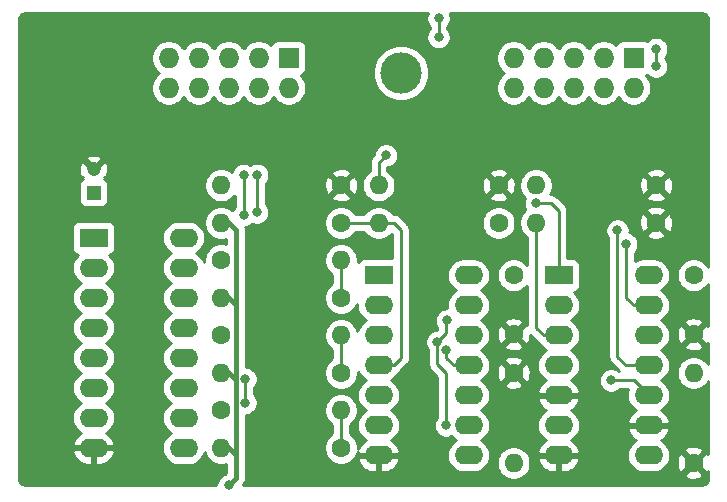
<source format=gbl>
%TF.GenerationSoftware,KiCad,Pcbnew,(5.1.8)-1*%
%TF.CreationDate,2021-02-01T15:37:02+01:00*%
%TF.ProjectId,Apple II Adapter,4170706c-6520-4494-9920-416461707465,rev?*%
%TF.SameCoordinates,Original*%
%TF.FileFunction,Copper,L2,Bot*%
%TF.FilePolarity,Positive*%
%FSLAX46Y46*%
G04 Gerber Fmt 4.6, Leading zero omitted, Abs format (unit mm)*
G04 Created by KiCad (PCBNEW (5.1.8)-1) date 2021-02-01 15:37:02*
%MOMM*%
%LPD*%
G01*
G04 APERTURE LIST*
%TA.AperFunction,ComponentPad*%
%ADD10O,2.400000X1.600000*%
%TD*%
%TA.AperFunction,ComponentPad*%
%ADD11R,2.400000X1.600000*%
%TD*%
%TA.AperFunction,ComponentPad*%
%ADD12O,1.600000X1.600000*%
%TD*%
%TA.AperFunction,ComponentPad*%
%ADD13C,1.600000*%
%TD*%
%TA.AperFunction,ComponentPad*%
%ADD14R,1.200000X1.200000*%
%TD*%
%TA.AperFunction,ComponentPad*%
%ADD15C,1.200000*%
%TD*%
%TA.AperFunction,ComponentPad*%
%ADD16O,1.727200X1.727200*%
%TD*%
%TA.AperFunction,ComponentPad*%
%ADD17R,1.727200X1.727200*%
%TD*%
%TA.AperFunction,ComponentPad*%
%ADD18C,3.500000*%
%TD*%
%TA.AperFunction,ViaPad*%
%ADD19C,0.800000*%
%TD*%
%TA.AperFunction,Conductor*%
%ADD20C,0.381000*%
%TD*%
%TA.AperFunction,Conductor*%
%ADD21C,0.250000*%
%TD*%
%TA.AperFunction,Conductor*%
%ADD22C,0.254000*%
%TD*%
%TA.AperFunction,Conductor*%
%ADD23C,0.100000*%
%TD*%
G04 APERTURE END LIST*
D10*
%TO.P,A1,16*%
%TO.N,N/C*%
X174625000Y-117475000D03*
%TO.P,A1,8*%
%TO.N,GND*%
X167005000Y-135255000D03*
%TO.P,A1,15*%
%TO.N,N/C*%
X174625000Y-120015000D03*
%TO.P,A1,7*%
%TO.N,/GC2*%
X167005000Y-132715000D03*
%TO.P,A1,14*%
%TO.N,N/C*%
X174625000Y-122555000D03*
%TO.P,A1,6*%
%TO.N,/GC0*%
X167005000Y-130175000D03*
%TO.P,A1,13*%
%TO.N,N/C*%
X174625000Y-125095000D03*
%TO.P,A1,5*%
X167005000Y-127635000D03*
%TO.P,A1,12*%
X174625000Y-127635000D03*
%TO.P,A1,4*%
X167005000Y-125095000D03*
%TO.P,A1,11*%
%TO.N,/GC3*%
X174625000Y-130175000D03*
%TO.P,A1,3*%
%TO.N,/P2_FIRE*%
X167005000Y-122555000D03*
%TO.P,A1,10*%
%TO.N,/GC1*%
X174625000Y-132715000D03*
%TO.P,A1,2*%
%TO.N,/P1_FIRE*%
X167005000Y-120015000D03*
%TO.P,A1,9*%
%TO.N,N/C*%
X174625000Y-135255000D03*
D11*
%TO.P,A1,1*%
%TO.N,VCC*%
X167005000Y-117475000D03*
%TD*%
D12*
%TO.P,R3,2*%
%TO.N,/P1_DOWN*%
X204470000Y-113030000D03*
D13*
%TO.P,R3,1*%
%TO.N,GND*%
X214630000Y-113030000D03*
%TD*%
%TO.P,C2,2*%
%TO.N,GND*%
X202565000Y-125650000D03*
%TO.P,C2,1*%
%TO.N,VCC*%
X202565000Y-120650000D03*
%TD*%
%TO.P,R14,1*%
%TO.N,/GC2*%
X177800000Y-132080000D03*
D12*
%TO.P,R14,2*%
%TO.N,/P2_UP*%
X187960000Y-132080000D03*
%TD*%
D11*
%TO.P,U1,1*%
%TO.N,/P1_DOWN*%
X206375000Y-120650000D03*
D10*
%TO.P,U1,8*%
%TO.N,N/C*%
X213995000Y-135890000D03*
%TO.P,U1,2*%
%TO.N,Net-(U1-Pad2)*%
X206375000Y-123190000D03*
%TO.P,U1,9*%
%TO.N,GND*%
X213995000Y-133350000D03*
%TO.P,U1,3*%
%TO.N,/P1_RIGHT*%
X206375000Y-125730000D03*
%TO.P,U1,10*%
%TO.N,Net-(U1-Pad10)*%
X213995000Y-130810000D03*
%TO.P,U1,4*%
%TO.N,Net-(U1-Pad4)*%
X206375000Y-128270000D03*
%TO.P,U1,11*%
%TO.N,/P2_RIGHT*%
X213995000Y-128270000D03*
%TO.P,U1,5*%
%TO.N,GND*%
X206375000Y-130810000D03*
%TO.P,U1,12*%
%TO.N,Net-(U1-Pad12)*%
X213995000Y-125730000D03*
%TO.P,U1,6*%
%TO.N,N/C*%
X206375000Y-133350000D03*
%TO.P,U1,13*%
%TO.N,/P2_DOWN*%
X213995000Y-123190000D03*
%TO.P,U1,7*%
%TO.N,GND*%
X206375000Y-135890000D03*
%TO.P,U1,14*%
%TO.N,VCC*%
X213995000Y-120650000D03*
%TD*%
D13*
%TO.P,C1,1*%
%TO.N,VCC*%
X217805000Y-120650000D03*
%TO.P,C1,2*%
%TO.N,GND*%
X217805000Y-125650000D03*
%TD*%
D14*
%TO.P,C3,1*%
%TO.N,VCC*%
X167005000Y-113665000D03*
D15*
%TO.P,C3,2*%
%TO.N,GND*%
X167005000Y-111665000D03*
%TD*%
D16*
%TO.P,J1,10*%
%TO.N,N/C*%
X173355000Y-104775000D03*
%TO.P,J1,9*%
X175895000Y-104775000D03*
%TO.P,J1,8*%
%TO.N,VCC*%
X178435000Y-104775000D03*
%TO.P,J1,7*%
%TO.N,N/C*%
X180975000Y-104775000D03*
%TO.P,J1,6*%
%TO.N,/P1_FIRE*%
X183515000Y-104775000D03*
%TO.P,J1,5*%
%TO.N,N/C*%
X173355000Y-102235000D03*
%TO.P,J1,4*%
%TO.N,/P1_RIGHT*%
X175895000Y-102235000D03*
%TO.P,J1,3*%
%TO.N,/P1_LEFT*%
X178435000Y-102235000D03*
%TO.P,J1,2*%
%TO.N,/P1_DOWN*%
X180975000Y-102235000D03*
D17*
%TO.P,J1,1*%
%TO.N,/P1_UP*%
X183515000Y-102235000D03*
%TD*%
%TO.P,J2,1*%
%TO.N,/P2_UP*%
X212725000Y-102235000D03*
D16*
%TO.P,J2,2*%
%TO.N,/P2_DOWN*%
X210185000Y-102235000D03*
%TO.P,J2,3*%
%TO.N,/P2_LEFT*%
X207645000Y-102235000D03*
%TO.P,J2,4*%
%TO.N,/P2_RIGHT*%
X205105000Y-102235000D03*
%TO.P,J2,5*%
%TO.N,N/C*%
X202565000Y-102235000D03*
%TO.P,J2,6*%
%TO.N,/P2_FIRE*%
X212725000Y-104775000D03*
%TO.P,J2,7*%
%TO.N,N/C*%
X210185000Y-104775000D03*
%TO.P,J2,8*%
%TO.N,VCC*%
X207645000Y-104775000D03*
%TO.P,J2,9*%
%TO.N,N/C*%
X205105000Y-104775000D03*
%TO.P,J2,10*%
X202565000Y-104775000D03*
%TD*%
D13*
%TO.P,R1,1*%
%TO.N,GND*%
X187960000Y-113030000D03*
D12*
%TO.P,R1,2*%
%TO.N,/P1_FIRE*%
X177800000Y-113030000D03*
%TD*%
%TO.P,R2,2*%
%TO.N,/P2_FIRE*%
X191135000Y-113030000D03*
D13*
%TO.P,R2,1*%
%TO.N,GND*%
X201295000Y-113030000D03*
%TD*%
%TO.P,R4,1*%
%TO.N,GND*%
X214630000Y-116205000D03*
D12*
%TO.P,R4,2*%
%TO.N,/P1_RIGHT*%
X204470000Y-116205000D03*
%TD*%
%TO.P,R7,2*%
%TO.N,VCC*%
X177800000Y-116205000D03*
D13*
%TO.P,R7,1*%
%TO.N,/P1_UP*%
X187960000Y-116205000D03*
%TD*%
%TO.P,R8,1*%
%TO.N,/P1_LEFT*%
X187960000Y-122555000D03*
D12*
%TO.P,R8,2*%
%TO.N,VCC*%
X177800000Y-122555000D03*
%TD*%
D13*
%TO.P,R9,1*%
%TO.N,/P2_LEFT*%
X187960000Y-128905000D03*
D12*
%TO.P,R9,2*%
%TO.N,VCC*%
X177800000Y-128905000D03*
%TD*%
%TO.P,R10,2*%
%TO.N,VCC*%
X177800000Y-135255000D03*
D13*
%TO.P,R10,1*%
%TO.N,/P2_UP*%
X187960000Y-135255000D03*
%TD*%
%TO.P,R11,1*%
%TO.N,/GC0*%
X177800000Y-119380000D03*
D12*
%TO.P,R11,2*%
%TO.N,/P1_LEFT*%
X187960000Y-119380000D03*
%TD*%
%TO.P,R12,2*%
%TO.N,/P1_UP*%
X191135000Y-116205000D03*
D13*
%TO.P,R12,1*%
%TO.N,/GC1*%
X201295000Y-116205000D03*
%TD*%
%TO.P,R13,1*%
%TO.N,/GC3*%
X177800000Y-125730000D03*
D12*
%TO.P,R13,2*%
%TO.N,/P2_LEFT*%
X187960000Y-125730000D03*
%TD*%
D10*
%TO.P,U2,14*%
%TO.N,VCC*%
X198755000Y-120650000D03*
%TO.P,U2,7*%
%TO.N,GND*%
X191135000Y-135890000D03*
%TO.P,U2,13*%
%TO.N,Net-(U1-Pad4)*%
X198755000Y-123190000D03*
%TO.P,U2,6*%
%TO.N,Net-(U1-Pad12)*%
X191135000Y-133350000D03*
%TO.P,U2,12*%
%TO.N,Net-(U1-Pad10)*%
X198755000Y-125730000D03*
%TO.P,U2,5*%
%TO.N,Net-(U1-Pad2)*%
X191135000Y-130810000D03*
%TO.P,U2,11*%
%TO.N,/P2_LEFT*%
X198755000Y-128270000D03*
%TO.P,U2,4*%
%TO.N,/P1_UP*%
X191135000Y-128270000D03*
%TO.P,U2,10*%
%TO.N,/GC3*%
X198755000Y-130810000D03*
%TO.P,U2,3*%
%TO.N,/GC1*%
X191135000Y-125730000D03*
%TO.P,U2,9*%
%TO.N,/P2_UP*%
X198755000Y-133350000D03*
%TO.P,U2,2*%
%TO.N,/P1_LEFT*%
X191135000Y-123190000D03*
%TO.P,U2,8*%
%TO.N,/GC2*%
X198755000Y-135890000D03*
D11*
%TO.P,U2,1*%
%TO.N,/GC0*%
X191135000Y-120650000D03*
%TD*%
D18*
%TO.P,M1,1*%
%TO.N,N/C*%
X193040000Y-103505000D03*
%TD*%
D12*
%TO.P,R5,2*%
%TO.N,/P2_DOWN*%
X217805000Y-128905000D03*
D13*
%TO.P,R5,1*%
%TO.N,GND*%
X217805000Y-136525000D03*
%TD*%
%TO.P,R6,1*%
%TO.N,GND*%
X202565000Y-128905000D03*
D12*
%TO.P,R6,2*%
%TO.N,/P2_RIGHT*%
X202565000Y-136525000D03*
%TD*%
D19*
%TO.N,VCC*%
X178435000Y-138430000D03*
%TO.N,/P2_FIRE*%
X191770000Y-110490000D03*
X196215000Y-100485500D03*
X196215000Y-98904500D03*
X214630000Y-101510000D03*
X214630000Y-102960000D03*
%TO.N,/GC3*%
X179860500Y-129429070D03*
X179860500Y-131445000D03*
%TO.N,/P1_DOWN*%
X180848010Y-115315990D03*
X204470000Y-114554000D03*
X180848010Y-112141010D03*
%TO.N,/P1_LEFT*%
X179705000Y-115570000D03*
X179705000Y-112141018D03*
%TO.N,/P2_UP*%
X196125000Y-126292892D03*
X196849986Y-133350000D03*
X196940000Y-124460000D03*
%TO.N,/P2_DOWN*%
X212090000Y-118020000D03*
%TO.N,/P2_LEFT*%
X196850000Y-127000000D03*
%TO.N,/P2_RIGHT*%
X211365000Y-116840000D03*
%TO.N,Net-(U1-Pad10)*%
X210820000Y-129540000D03*
%TD*%
D20*
%TO.N,VCC*%
X178435000Y-138430000D02*
X179070000Y-137795000D01*
X178435000Y-135255000D02*
X179070000Y-135890000D01*
X177800000Y-135255000D02*
X178435000Y-135255000D01*
X179070000Y-137795000D02*
X179070000Y-135890000D01*
X179070000Y-135890000D02*
X179070000Y-129540000D01*
X179070000Y-129540000D02*
X178435000Y-128905000D01*
X178435000Y-128905000D02*
X177800000Y-128905000D01*
X179070000Y-129540000D02*
X179070000Y-123190000D01*
X178435000Y-122555000D02*
X177800000Y-122555000D01*
X179070000Y-123190000D02*
X178435000Y-122555000D01*
X179070000Y-123190000D02*
X179070000Y-116840000D01*
X178435000Y-116205000D02*
X177800000Y-116205000D01*
X179070000Y-116840000D02*
X178435000Y-116205000D01*
D21*
%TO.N,/P2_FIRE*%
X191135000Y-111125000D02*
X191770000Y-110490000D01*
X191135000Y-113030000D02*
X191135000Y-111125000D01*
X196215000Y-100485500D02*
X196215000Y-99060000D01*
X196215000Y-99060000D02*
X196215000Y-98904500D01*
X214630000Y-101510000D02*
X214630000Y-102960000D01*
%TO.N,/GC3*%
X179860500Y-129429070D02*
X179860500Y-131445000D01*
%TO.N,/P1_DOWN*%
X206375000Y-115189000D02*
X205740000Y-114554000D01*
X206375000Y-120650000D02*
X206375000Y-115189000D01*
X180848010Y-115315990D02*
X180848010Y-112141010D01*
X205740000Y-114554000D02*
X204470000Y-114554000D01*
%TO.N,/P1_LEFT*%
X187960000Y-122555000D02*
X187960000Y-119380000D01*
X179705000Y-115570000D02*
X179705000Y-112141018D01*
%TO.N,/P2_UP*%
X187960000Y-135255000D02*
X187960000Y-132080000D01*
X196849986Y-128904986D02*
X196125000Y-128180000D01*
X196849986Y-133350000D02*
X196849986Y-128904986D01*
X196125000Y-126292892D02*
X196125000Y-128180000D01*
X196125000Y-126292892D02*
X196850000Y-125567892D01*
X196850000Y-124550000D02*
X196940000Y-124460000D01*
X196850000Y-125567892D02*
X196850000Y-124550000D01*
%TO.N,/P2_DOWN*%
X212090000Y-118020000D02*
X212090000Y-122555000D01*
X212090000Y-122555000D02*
X212725000Y-123190000D01*
X212725000Y-123190000D02*
X213995000Y-123190000D01*
%TO.N,/P2_LEFT*%
X187960000Y-125730000D02*
X187960000Y-128905000D01*
X198755000Y-128270000D02*
X197485000Y-128270000D01*
X196850000Y-127635000D02*
X196850000Y-127000000D01*
X197485000Y-128270000D02*
X196850000Y-127635000D01*
%TO.N,/P2_RIGHT*%
X213995000Y-128270000D02*
X212090000Y-128270000D01*
X211365000Y-127545000D02*
X211365000Y-116840000D01*
X212090000Y-128270000D02*
X211365000Y-127545000D01*
%TO.N,Net-(U1-Pad10)*%
X212725000Y-129540000D02*
X213995000Y-130810000D01*
X210820000Y-129540000D02*
X212725000Y-129540000D01*
%TO.N,/P1_RIGHT*%
X206375000Y-125730000D02*
X205105000Y-125730000D01*
X204470000Y-125095000D02*
X204470000Y-118745000D01*
X205105000Y-125730000D02*
X204470000Y-125095000D01*
X204470000Y-118745000D02*
X204470000Y-116205000D01*
%TO.N,/P1_UP*%
X187960000Y-116205000D02*
X191135000Y-116205000D01*
X191135000Y-128270000D02*
X192405000Y-128270000D01*
X192405000Y-128270000D02*
X193040000Y-127635000D01*
X193040000Y-127635000D02*
X193040000Y-116840000D01*
X192405000Y-116205000D02*
X191135000Y-116205000D01*
X193040000Y-116840000D02*
X192405000Y-116205000D01*
%TD*%
D22*
%TO.N,GND*%
X195219774Y-98602602D02*
X195180000Y-98802561D01*
X195180000Y-99006439D01*
X195219774Y-99206398D01*
X195297795Y-99394756D01*
X195411063Y-99564274D01*
X195455001Y-99608212D01*
X195455000Y-99781789D01*
X195411063Y-99825726D01*
X195297795Y-99995244D01*
X195219774Y-100183602D01*
X195180000Y-100383561D01*
X195180000Y-100587439D01*
X195219774Y-100787398D01*
X195297795Y-100975756D01*
X195411063Y-101145274D01*
X195555226Y-101289437D01*
X195724744Y-101402705D01*
X195913102Y-101480726D01*
X196113061Y-101520500D01*
X196316939Y-101520500D01*
X196516898Y-101480726D01*
X196705256Y-101402705D01*
X196874774Y-101289437D01*
X197018937Y-101145274D01*
X197132205Y-100975756D01*
X197210226Y-100787398D01*
X197250000Y-100587439D01*
X197250000Y-100383561D01*
X197210226Y-100183602D01*
X197132205Y-99995244D01*
X197018937Y-99825726D01*
X196975000Y-99781789D01*
X196975000Y-99608211D01*
X197018937Y-99564274D01*
X197132205Y-99394756D01*
X197210226Y-99206398D01*
X197250000Y-99006439D01*
X197250000Y-98802561D01*
X197210226Y-98602602D01*
X197147016Y-98450000D01*
X218407721Y-98450000D01*
X218557869Y-98464722D01*
X218671246Y-98498953D01*
X218775819Y-98554555D01*
X218867596Y-98629407D01*
X218943091Y-98720664D01*
X218999419Y-98824844D01*
X219034440Y-98937976D01*
X219050001Y-99086031D01*
X219050000Y-119930344D01*
X218919637Y-119735241D01*
X218719759Y-119535363D01*
X218484727Y-119378320D01*
X218223574Y-119270147D01*
X217946335Y-119215000D01*
X217663665Y-119215000D01*
X217386426Y-119270147D01*
X217125273Y-119378320D01*
X216890241Y-119535363D01*
X216690363Y-119735241D01*
X216533320Y-119970273D01*
X216425147Y-120231426D01*
X216370000Y-120508665D01*
X216370000Y-120791335D01*
X216425147Y-121068574D01*
X216533320Y-121329727D01*
X216690363Y-121564759D01*
X216890241Y-121764637D01*
X217125273Y-121921680D01*
X217386426Y-122029853D01*
X217663665Y-122085000D01*
X217946335Y-122085000D01*
X218223574Y-122029853D01*
X218484727Y-121921680D01*
X218719759Y-121764637D01*
X218919637Y-121564759D01*
X219050000Y-121369656D01*
X219050000Y-124924069D01*
X219041671Y-124908486D01*
X218797702Y-124836903D01*
X217984605Y-125650000D01*
X218797702Y-126463097D01*
X219041671Y-126391514D01*
X219050000Y-126373911D01*
X219050000Y-128185344D01*
X218919637Y-127990241D01*
X218719759Y-127790363D01*
X218484727Y-127633320D01*
X218223574Y-127525147D01*
X217946335Y-127470000D01*
X217663665Y-127470000D01*
X217386426Y-127525147D01*
X217125273Y-127633320D01*
X216890241Y-127790363D01*
X216690363Y-127990241D01*
X216533320Y-128225273D01*
X216425147Y-128486426D01*
X216370000Y-128763665D01*
X216370000Y-129046335D01*
X216425147Y-129323574D01*
X216533320Y-129584727D01*
X216690363Y-129819759D01*
X216890241Y-130019637D01*
X217125273Y-130176680D01*
X217386426Y-130284853D01*
X217663665Y-130340000D01*
X217946335Y-130340000D01*
X218223574Y-130284853D01*
X218484727Y-130176680D01*
X218719759Y-130019637D01*
X218919637Y-129819759D01*
X219050000Y-129624656D01*
X219050000Y-135799069D01*
X219041671Y-135783486D01*
X218797702Y-135711903D01*
X217984605Y-136525000D01*
X218797702Y-137338097D01*
X219041671Y-137266514D01*
X219050000Y-137248911D01*
X219050000Y-137762721D01*
X219035278Y-137912869D01*
X219001047Y-138026246D01*
X218945446Y-138130817D01*
X218870594Y-138222595D01*
X218779335Y-138298091D01*
X218675160Y-138354419D01*
X218562024Y-138389440D01*
X218413979Y-138405000D01*
X179627956Y-138405000D01*
X179656541Y-138381541D01*
X179682389Y-138350045D01*
X179682392Y-138350042D01*
X179759699Y-138255843D01*
X179836353Y-138112434D01*
X179839883Y-138100798D01*
X179883556Y-137956826D01*
X179895500Y-137835553D01*
X179895500Y-137835551D01*
X179899494Y-137795000D01*
X179895500Y-137754450D01*
X179895500Y-135930550D01*
X179899494Y-135890000D01*
X179895500Y-135849447D01*
X179895500Y-132480000D01*
X179962439Y-132480000D01*
X180162398Y-132440226D01*
X180350756Y-132362205D01*
X180520274Y-132248937D01*
X180664437Y-132104774D01*
X180777705Y-131935256D01*
X180855726Y-131746898D01*
X180895500Y-131546939D01*
X180895500Y-131343061D01*
X180855726Y-131143102D01*
X180777705Y-130954744D01*
X180664437Y-130785226D01*
X180620500Y-130741289D01*
X180620500Y-130132781D01*
X180664437Y-130088844D01*
X180777705Y-129919326D01*
X180855726Y-129730968D01*
X180895500Y-129531009D01*
X180895500Y-129327131D01*
X180855726Y-129127172D01*
X180777705Y-128938814D01*
X180664437Y-128769296D01*
X180520274Y-128625133D01*
X180350756Y-128511865D01*
X180162398Y-128433844D01*
X179962439Y-128394070D01*
X179895500Y-128394070D01*
X179895500Y-123230550D01*
X179899494Y-123190000D01*
X179895500Y-123149447D01*
X179895500Y-116880550D01*
X179899494Y-116840000D01*
X179891619Y-116760041D01*
X179883556Y-116678174D01*
X179858262Y-116594791D01*
X180006898Y-116565226D01*
X180195256Y-116487205D01*
X180364774Y-116373937D01*
X180462237Y-116276474D01*
X180546112Y-116311216D01*
X180746071Y-116350990D01*
X180949949Y-116350990D01*
X181149908Y-116311216D01*
X181338266Y-116233195D01*
X181507784Y-116119927D01*
X181564046Y-116063665D01*
X186525000Y-116063665D01*
X186525000Y-116346335D01*
X186580147Y-116623574D01*
X186688320Y-116884727D01*
X186845363Y-117119759D01*
X187045241Y-117319637D01*
X187280273Y-117476680D01*
X187541426Y-117584853D01*
X187818665Y-117640000D01*
X188101335Y-117640000D01*
X188378574Y-117584853D01*
X188639727Y-117476680D01*
X188874759Y-117319637D01*
X189074637Y-117119759D01*
X189178043Y-116965000D01*
X189916957Y-116965000D01*
X190020363Y-117119759D01*
X190220241Y-117319637D01*
X190455273Y-117476680D01*
X190716426Y-117584853D01*
X190993665Y-117640000D01*
X191276335Y-117640000D01*
X191553574Y-117584853D01*
X191814727Y-117476680D01*
X192049759Y-117319637D01*
X192247297Y-117122099D01*
X192280001Y-117154803D01*
X192280001Y-119211928D01*
X189935000Y-119211928D01*
X189810518Y-119224188D01*
X189690820Y-119260498D01*
X189580506Y-119319463D01*
X189483815Y-119398815D01*
X189404463Y-119495506D01*
X189395000Y-119513210D01*
X189395000Y-119238665D01*
X189339853Y-118961426D01*
X189231680Y-118700273D01*
X189074637Y-118465241D01*
X188874759Y-118265363D01*
X188639727Y-118108320D01*
X188378574Y-118000147D01*
X188101335Y-117945000D01*
X187818665Y-117945000D01*
X187541426Y-118000147D01*
X187280273Y-118108320D01*
X187045241Y-118265363D01*
X186845363Y-118465241D01*
X186688320Y-118700273D01*
X186580147Y-118961426D01*
X186525000Y-119238665D01*
X186525000Y-119521335D01*
X186580147Y-119798574D01*
X186688320Y-120059727D01*
X186845363Y-120294759D01*
X187045241Y-120494637D01*
X187200001Y-120598044D01*
X187200000Y-121336956D01*
X187045241Y-121440363D01*
X186845363Y-121640241D01*
X186688320Y-121875273D01*
X186580147Y-122136426D01*
X186525000Y-122413665D01*
X186525000Y-122696335D01*
X186580147Y-122973574D01*
X186688320Y-123234727D01*
X186845363Y-123469759D01*
X187045241Y-123669637D01*
X187280273Y-123826680D01*
X187541426Y-123934853D01*
X187818665Y-123990000D01*
X188101335Y-123990000D01*
X188378574Y-123934853D01*
X188639727Y-123826680D01*
X188874759Y-123669637D01*
X189074637Y-123469759D01*
X189231680Y-123234727D01*
X189306425Y-123054277D01*
X189293057Y-123190000D01*
X189320764Y-123471309D01*
X189402818Y-123741808D01*
X189536068Y-123991101D01*
X189715392Y-124209608D01*
X189933899Y-124388932D01*
X190066858Y-124460000D01*
X189933899Y-124531068D01*
X189715392Y-124710392D01*
X189536068Y-124928899D01*
X189402818Y-125178192D01*
X189348783Y-125356322D01*
X189339853Y-125311426D01*
X189231680Y-125050273D01*
X189074637Y-124815241D01*
X188874759Y-124615363D01*
X188639727Y-124458320D01*
X188378574Y-124350147D01*
X188101335Y-124295000D01*
X187818665Y-124295000D01*
X187541426Y-124350147D01*
X187280273Y-124458320D01*
X187045241Y-124615363D01*
X186845363Y-124815241D01*
X186688320Y-125050273D01*
X186580147Y-125311426D01*
X186525000Y-125588665D01*
X186525000Y-125871335D01*
X186580147Y-126148574D01*
X186688320Y-126409727D01*
X186845363Y-126644759D01*
X187045241Y-126844637D01*
X187200000Y-126948044D01*
X187200001Y-127686956D01*
X187045241Y-127790363D01*
X186845363Y-127990241D01*
X186688320Y-128225273D01*
X186580147Y-128486426D01*
X186525000Y-128763665D01*
X186525000Y-129046335D01*
X186580147Y-129323574D01*
X186688320Y-129584727D01*
X186845363Y-129819759D01*
X187045241Y-130019637D01*
X187280273Y-130176680D01*
X187541426Y-130284853D01*
X187818665Y-130340000D01*
X188101335Y-130340000D01*
X188378574Y-130284853D01*
X188639727Y-130176680D01*
X188874759Y-130019637D01*
X189074637Y-129819759D01*
X189231680Y-129584727D01*
X189339853Y-129323574D01*
X189395000Y-129046335D01*
X189395000Y-128796035D01*
X189402818Y-128821808D01*
X189536068Y-129071101D01*
X189715392Y-129289608D01*
X189933899Y-129468932D01*
X190066858Y-129540000D01*
X189933899Y-129611068D01*
X189715392Y-129790392D01*
X189536068Y-130008899D01*
X189402818Y-130258192D01*
X189320764Y-130528691D01*
X189293057Y-130810000D01*
X189320764Y-131091309D01*
X189402818Y-131361808D01*
X189536068Y-131611101D01*
X189715392Y-131829608D01*
X189933899Y-132008932D01*
X190066858Y-132080000D01*
X189933899Y-132151068D01*
X189715392Y-132330392D01*
X189536068Y-132548899D01*
X189402818Y-132798192D01*
X189320764Y-133068691D01*
X189293057Y-133350000D01*
X189320764Y-133631309D01*
X189402818Y-133901808D01*
X189536068Y-134151101D01*
X189715392Y-134369608D01*
X189933899Y-134548932D01*
X190061741Y-134617265D01*
X189832161Y-134767399D01*
X189630500Y-134965105D01*
X189471285Y-135198354D01*
X189395000Y-135377483D01*
X189395000Y-135113665D01*
X189339853Y-134836426D01*
X189231680Y-134575273D01*
X189074637Y-134340241D01*
X188874759Y-134140363D01*
X188720000Y-134036957D01*
X188720000Y-133298043D01*
X188874759Y-133194637D01*
X189074637Y-132994759D01*
X189231680Y-132759727D01*
X189339853Y-132498574D01*
X189395000Y-132221335D01*
X189395000Y-131938665D01*
X189339853Y-131661426D01*
X189231680Y-131400273D01*
X189074637Y-131165241D01*
X188874759Y-130965363D01*
X188639727Y-130808320D01*
X188378574Y-130700147D01*
X188101335Y-130645000D01*
X187818665Y-130645000D01*
X187541426Y-130700147D01*
X187280273Y-130808320D01*
X187045241Y-130965363D01*
X186845363Y-131165241D01*
X186688320Y-131400273D01*
X186580147Y-131661426D01*
X186525000Y-131938665D01*
X186525000Y-132221335D01*
X186580147Y-132498574D01*
X186688320Y-132759727D01*
X186845363Y-132994759D01*
X187045241Y-133194637D01*
X187200001Y-133298044D01*
X187200000Y-134036956D01*
X187045241Y-134140363D01*
X186845363Y-134340241D01*
X186688320Y-134575273D01*
X186580147Y-134836426D01*
X186525000Y-135113665D01*
X186525000Y-135396335D01*
X186580147Y-135673574D01*
X186688320Y-135934727D01*
X186845363Y-136169759D01*
X187045241Y-136369637D01*
X187280273Y-136526680D01*
X187541426Y-136634853D01*
X187818665Y-136690000D01*
X188101335Y-136690000D01*
X188378574Y-136634853D01*
X188639727Y-136526680D01*
X188874759Y-136369637D01*
X189005357Y-136239039D01*
X189343096Y-136239039D01*
X189360633Y-136321818D01*
X189471285Y-136581646D01*
X189630500Y-136814895D01*
X189832161Y-137012601D01*
X190068517Y-137167166D01*
X190330486Y-137272650D01*
X190608000Y-137325000D01*
X191008000Y-137325000D01*
X191008000Y-136017000D01*
X191262000Y-136017000D01*
X191262000Y-137325000D01*
X191662000Y-137325000D01*
X191939514Y-137272650D01*
X192201483Y-137167166D01*
X192437839Y-137012601D01*
X192639500Y-136814895D01*
X192798715Y-136581646D01*
X192909367Y-136321818D01*
X192926904Y-136239039D01*
X192804915Y-136017000D01*
X191262000Y-136017000D01*
X191008000Y-136017000D01*
X189465085Y-136017000D01*
X189343096Y-136239039D01*
X189005357Y-136239039D01*
X189074637Y-136169759D01*
X189231680Y-135934727D01*
X189339853Y-135673574D01*
X189360082Y-135571878D01*
X189465085Y-135763000D01*
X191008000Y-135763000D01*
X191008000Y-135743000D01*
X191262000Y-135743000D01*
X191262000Y-135763000D01*
X192804915Y-135763000D01*
X192926904Y-135540961D01*
X192909367Y-135458182D01*
X192798715Y-135198354D01*
X192639500Y-134965105D01*
X192437839Y-134767399D01*
X192208259Y-134617265D01*
X192336101Y-134548932D01*
X192554608Y-134369608D01*
X192733932Y-134151101D01*
X192867182Y-133901808D01*
X192949236Y-133631309D01*
X192976943Y-133350000D01*
X192949236Y-133068691D01*
X192867182Y-132798192D01*
X192733932Y-132548899D01*
X192554608Y-132330392D01*
X192336101Y-132151068D01*
X192203142Y-132080000D01*
X192336101Y-132008932D01*
X192554608Y-131829608D01*
X192733932Y-131611101D01*
X192867182Y-131361808D01*
X192949236Y-131091309D01*
X192976943Y-130810000D01*
X192949236Y-130528691D01*
X192867182Y-130258192D01*
X192733932Y-130008899D01*
X192554608Y-129790392D01*
X192336101Y-129611068D01*
X192203142Y-129540000D01*
X192336101Y-129468932D01*
X192554608Y-129289608D01*
X192733932Y-129071101D01*
X192820110Y-128909873D01*
X192829276Y-128904974D01*
X192945001Y-128810001D01*
X192968803Y-128780998D01*
X193551004Y-128198798D01*
X193580001Y-128175001D01*
X193674974Y-128059276D01*
X193745546Y-127927247D01*
X193789003Y-127783986D01*
X193800000Y-127672333D01*
X193800000Y-127672332D01*
X193803677Y-127635000D01*
X193800000Y-127597667D01*
X193800000Y-126190953D01*
X195090000Y-126190953D01*
X195090000Y-126394831D01*
X195129774Y-126594790D01*
X195207795Y-126783148D01*
X195321063Y-126952666D01*
X195365000Y-126996603D01*
X195365001Y-128142668D01*
X195361324Y-128180000D01*
X195365001Y-128217333D01*
X195372553Y-128294003D01*
X195375998Y-128328985D01*
X195419454Y-128472246D01*
X195490026Y-128604276D01*
X195531333Y-128654608D01*
X195585000Y-128720001D01*
X195613998Y-128743799D01*
X196089987Y-129219789D01*
X196089986Y-132646289D01*
X196046049Y-132690226D01*
X195932781Y-132859744D01*
X195854760Y-133048102D01*
X195814986Y-133248061D01*
X195814986Y-133451939D01*
X195854760Y-133651898D01*
X195932781Y-133840256D01*
X196046049Y-134009774D01*
X196190212Y-134153937D01*
X196359730Y-134267205D01*
X196548088Y-134345226D01*
X196748047Y-134385000D01*
X196951925Y-134385000D01*
X197151884Y-134345226D01*
X197273903Y-134294684D01*
X197335392Y-134369608D01*
X197553899Y-134548932D01*
X197686858Y-134620000D01*
X197553899Y-134691068D01*
X197335392Y-134870392D01*
X197156068Y-135088899D01*
X197022818Y-135338192D01*
X196940764Y-135608691D01*
X196913057Y-135890000D01*
X196940764Y-136171309D01*
X197022818Y-136441808D01*
X197156068Y-136691101D01*
X197335392Y-136909608D01*
X197553899Y-137088932D01*
X197803192Y-137222182D01*
X198073691Y-137304236D01*
X198284508Y-137325000D01*
X199225492Y-137325000D01*
X199436309Y-137304236D01*
X199706808Y-137222182D01*
X199956101Y-137088932D01*
X200174608Y-136909608D01*
X200353932Y-136691101D01*
X200487182Y-136441808D01*
X200504819Y-136383665D01*
X201130000Y-136383665D01*
X201130000Y-136666335D01*
X201185147Y-136943574D01*
X201293320Y-137204727D01*
X201450363Y-137439759D01*
X201650241Y-137639637D01*
X201885273Y-137796680D01*
X202146426Y-137904853D01*
X202423665Y-137960000D01*
X202706335Y-137960000D01*
X202983574Y-137904853D01*
X203244727Y-137796680D01*
X203479759Y-137639637D01*
X203601694Y-137517702D01*
X216991903Y-137517702D01*
X217063486Y-137761671D01*
X217318996Y-137882571D01*
X217593184Y-137951300D01*
X217875512Y-137965217D01*
X218155130Y-137923787D01*
X218421292Y-137828603D01*
X218546514Y-137761671D01*
X218618097Y-137517702D01*
X217805000Y-136704605D01*
X216991903Y-137517702D01*
X203601694Y-137517702D01*
X203679637Y-137439759D01*
X203836680Y-137204727D01*
X203944853Y-136943574D01*
X204000000Y-136666335D01*
X204000000Y-136383665D01*
X203971232Y-136239039D01*
X204583096Y-136239039D01*
X204600633Y-136321818D01*
X204711285Y-136581646D01*
X204870500Y-136814895D01*
X205072161Y-137012601D01*
X205308517Y-137167166D01*
X205570486Y-137272650D01*
X205848000Y-137325000D01*
X206248000Y-137325000D01*
X206248000Y-136017000D01*
X206502000Y-136017000D01*
X206502000Y-137325000D01*
X206902000Y-137325000D01*
X207179514Y-137272650D01*
X207441483Y-137167166D01*
X207677839Y-137012601D01*
X207879500Y-136814895D01*
X208038715Y-136581646D01*
X208149367Y-136321818D01*
X208166904Y-136239039D01*
X208044915Y-136017000D01*
X206502000Y-136017000D01*
X206248000Y-136017000D01*
X204705085Y-136017000D01*
X204583096Y-136239039D01*
X203971232Y-136239039D01*
X203944853Y-136106426D01*
X203855207Y-135890000D01*
X212153057Y-135890000D01*
X212180764Y-136171309D01*
X212262818Y-136441808D01*
X212396068Y-136691101D01*
X212575392Y-136909608D01*
X212793899Y-137088932D01*
X213043192Y-137222182D01*
X213313691Y-137304236D01*
X213524508Y-137325000D01*
X214465492Y-137325000D01*
X214676309Y-137304236D01*
X214946808Y-137222182D01*
X215196101Y-137088932D01*
X215414608Y-136909608D01*
X215593932Y-136691101D01*
X215645025Y-136595512D01*
X216364783Y-136595512D01*
X216406213Y-136875130D01*
X216501397Y-137141292D01*
X216568329Y-137266514D01*
X216812298Y-137338097D01*
X217625395Y-136525000D01*
X216812298Y-135711903D01*
X216568329Y-135783486D01*
X216447429Y-136038996D01*
X216378700Y-136313184D01*
X216364783Y-136595512D01*
X215645025Y-136595512D01*
X215727182Y-136441808D01*
X215809236Y-136171309D01*
X215836943Y-135890000D01*
X215809236Y-135608691D01*
X215786063Y-135532298D01*
X216991903Y-135532298D01*
X217805000Y-136345395D01*
X218618097Y-135532298D01*
X218546514Y-135288329D01*
X218291004Y-135167429D01*
X218016816Y-135098700D01*
X217734488Y-135084783D01*
X217454870Y-135126213D01*
X217188708Y-135221397D01*
X217063486Y-135288329D01*
X216991903Y-135532298D01*
X215786063Y-135532298D01*
X215727182Y-135338192D01*
X215593932Y-135088899D01*
X215414608Y-134870392D01*
X215196101Y-134691068D01*
X215068259Y-134622735D01*
X215297839Y-134472601D01*
X215499500Y-134274895D01*
X215658715Y-134041646D01*
X215769367Y-133781818D01*
X215786904Y-133699039D01*
X215664915Y-133477000D01*
X214122000Y-133477000D01*
X214122000Y-133497000D01*
X213868000Y-133497000D01*
X213868000Y-133477000D01*
X212325085Y-133477000D01*
X212203096Y-133699039D01*
X212220633Y-133781818D01*
X212331285Y-134041646D01*
X212490500Y-134274895D01*
X212692161Y-134472601D01*
X212921741Y-134622735D01*
X212793899Y-134691068D01*
X212575392Y-134870392D01*
X212396068Y-135088899D01*
X212262818Y-135338192D01*
X212180764Y-135608691D01*
X212153057Y-135890000D01*
X203855207Y-135890000D01*
X203836680Y-135845273D01*
X203679637Y-135610241D01*
X203479759Y-135410363D01*
X203244727Y-135253320D01*
X202983574Y-135145147D01*
X202706335Y-135090000D01*
X202423665Y-135090000D01*
X202146426Y-135145147D01*
X201885273Y-135253320D01*
X201650241Y-135410363D01*
X201450363Y-135610241D01*
X201293320Y-135845273D01*
X201185147Y-136106426D01*
X201130000Y-136383665D01*
X200504819Y-136383665D01*
X200569236Y-136171309D01*
X200596943Y-135890000D01*
X200569236Y-135608691D01*
X200487182Y-135338192D01*
X200353932Y-135088899D01*
X200174608Y-134870392D01*
X199956101Y-134691068D01*
X199823142Y-134620000D01*
X199956101Y-134548932D01*
X200174608Y-134369608D01*
X200353932Y-134151101D01*
X200487182Y-133901808D01*
X200569236Y-133631309D01*
X200596943Y-133350000D01*
X204533057Y-133350000D01*
X204560764Y-133631309D01*
X204642818Y-133901808D01*
X204776068Y-134151101D01*
X204955392Y-134369608D01*
X205173899Y-134548932D01*
X205301741Y-134617265D01*
X205072161Y-134767399D01*
X204870500Y-134965105D01*
X204711285Y-135198354D01*
X204600633Y-135458182D01*
X204583096Y-135540961D01*
X204705085Y-135763000D01*
X206248000Y-135763000D01*
X206248000Y-135743000D01*
X206502000Y-135743000D01*
X206502000Y-135763000D01*
X208044915Y-135763000D01*
X208166904Y-135540961D01*
X208149367Y-135458182D01*
X208038715Y-135198354D01*
X207879500Y-134965105D01*
X207677839Y-134767399D01*
X207448259Y-134617265D01*
X207576101Y-134548932D01*
X207794608Y-134369608D01*
X207973932Y-134151101D01*
X208107182Y-133901808D01*
X208189236Y-133631309D01*
X208216943Y-133350000D01*
X208189236Y-133068691D01*
X208107182Y-132798192D01*
X207973932Y-132548899D01*
X207794608Y-132330392D01*
X207576101Y-132151068D01*
X207448259Y-132082735D01*
X207677839Y-131932601D01*
X207879500Y-131734895D01*
X208038715Y-131501646D01*
X208149367Y-131241818D01*
X208166904Y-131159039D01*
X208044915Y-130937000D01*
X206502000Y-130937000D01*
X206502000Y-130957000D01*
X206248000Y-130957000D01*
X206248000Y-130937000D01*
X204705085Y-130937000D01*
X204583096Y-131159039D01*
X204600633Y-131241818D01*
X204711285Y-131501646D01*
X204870500Y-131734895D01*
X205072161Y-131932601D01*
X205301741Y-132082735D01*
X205173899Y-132151068D01*
X204955392Y-132330392D01*
X204776068Y-132548899D01*
X204642818Y-132798192D01*
X204560764Y-133068691D01*
X204533057Y-133350000D01*
X200596943Y-133350000D01*
X200569236Y-133068691D01*
X200487182Y-132798192D01*
X200353932Y-132548899D01*
X200174608Y-132330392D01*
X199956101Y-132151068D01*
X199823142Y-132080000D01*
X199956101Y-132008932D01*
X200174608Y-131829608D01*
X200353932Y-131611101D01*
X200487182Y-131361808D01*
X200569236Y-131091309D01*
X200596943Y-130810000D01*
X200569236Y-130528691D01*
X200487182Y-130258192D01*
X200353932Y-130008899D01*
X200262676Y-129897702D01*
X201751903Y-129897702D01*
X201823486Y-130141671D01*
X202078996Y-130262571D01*
X202353184Y-130331300D01*
X202635512Y-130345217D01*
X202915130Y-130303787D01*
X203181292Y-130208603D01*
X203306514Y-130141671D01*
X203378097Y-129897702D01*
X202565000Y-129084605D01*
X201751903Y-129897702D01*
X200262676Y-129897702D01*
X200174608Y-129790392D01*
X199956101Y-129611068D01*
X199823142Y-129540000D01*
X199956101Y-129468932D01*
X200174608Y-129289608D01*
X200353932Y-129071101D01*
X200405025Y-128975512D01*
X201124783Y-128975512D01*
X201166213Y-129255130D01*
X201261397Y-129521292D01*
X201328329Y-129646514D01*
X201572298Y-129718097D01*
X202385395Y-128905000D01*
X202744605Y-128905000D01*
X203557702Y-129718097D01*
X203801671Y-129646514D01*
X203922571Y-129391004D01*
X203991300Y-129116816D01*
X204005217Y-128834488D01*
X203963787Y-128554870D01*
X203868603Y-128288708D01*
X203801671Y-128163486D01*
X203557702Y-128091903D01*
X202744605Y-128905000D01*
X202385395Y-128905000D01*
X201572298Y-128091903D01*
X201328329Y-128163486D01*
X201207429Y-128418996D01*
X201138700Y-128693184D01*
X201124783Y-128975512D01*
X200405025Y-128975512D01*
X200487182Y-128821808D01*
X200569236Y-128551309D01*
X200596943Y-128270000D01*
X200569236Y-127988691D01*
X200546063Y-127912298D01*
X201751903Y-127912298D01*
X202565000Y-128725395D01*
X203378097Y-127912298D01*
X203306514Y-127668329D01*
X203051004Y-127547429D01*
X202776816Y-127478700D01*
X202494488Y-127464783D01*
X202214870Y-127506213D01*
X201948708Y-127601397D01*
X201823486Y-127668329D01*
X201751903Y-127912298D01*
X200546063Y-127912298D01*
X200487182Y-127718192D01*
X200353932Y-127468899D01*
X200174608Y-127250392D01*
X199956101Y-127071068D01*
X199823142Y-127000000D01*
X199956101Y-126928932D01*
X200174608Y-126749608D01*
X200262343Y-126642702D01*
X201751903Y-126642702D01*
X201823486Y-126886671D01*
X202078996Y-127007571D01*
X202353184Y-127076300D01*
X202635512Y-127090217D01*
X202915130Y-127048787D01*
X203181292Y-126953603D01*
X203306514Y-126886671D01*
X203378097Y-126642702D01*
X202565000Y-125829605D01*
X201751903Y-126642702D01*
X200262343Y-126642702D01*
X200353932Y-126531101D01*
X200487182Y-126281808D01*
X200569236Y-126011309D01*
X200596943Y-125730000D01*
X200596009Y-125720512D01*
X201124783Y-125720512D01*
X201166213Y-126000130D01*
X201261397Y-126266292D01*
X201328329Y-126391514D01*
X201572298Y-126463097D01*
X202385395Y-125650000D01*
X201572298Y-124836903D01*
X201328329Y-124908486D01*
X201207429Y-125163996D01*
X201138700Y-125438184D01*
X201124783Y-125720512D01*
X200596009Y-125720512D01*
X200569236Y-125448691D01*
X200487182Y-125178192D01*
X200353932Y-124928899D01*
X200174608Y-124710392D01*
X200109913Y-124657298D01*
X201751903Y-124657298D01*
X202565000Y-125470395D01*
X203378097Y-124657298D01*
X203306514Y-124413329D01*
X203051004Y-124292429D01*
X202776816Y-124223700D01*
X202494488Y-124209783D01*
X202214870Y-124251213D01*
X201948708Y-124346397D01*
X201823486Y-124413329D01*
X201751903Y-124657298D01*
X200109913Y-124657298D01*
X199956101Y-124531068D01*
X199823142Y-124460000D01*
X199956101Y-124388932D01*
X200174608Y-124209608D01*
X200353932Y-123991101D01*
X200487182Y-123741808D01*
X200569236Y-123471309D01*
X200596943Y-123190000D01*
X200569236Y-122908691D01*
X200487182Y-122638192D01*
X200353932Y-122388899D01*
X200174608Y-122170392D01*
X199956101Y-121991068D01*
X199823142Y-121920000D01*
X199956101Y-121848932D01*
X200174608Y-121669608D01*
X200353932Y-121451101D01*
X200487182Y-121201808D01*
X200569236Y-120931309D01*
X200596943Y-120650000D01*
X200583023Y-120508665D01*
X201130000Y-120508665D01*
X201130000Y-120791335D01*
X201185147Y-121068574D01*
X201293320Y-121329727D01*
X201450363Y-121564759D01*
X201650241Y-121764637D01*
X201885273Y-121921680D01*
X202146426Y-122029853D01*
X202423665Y-122085000D01*
X202706335Y-122085000D01*
X202983574Y-122029853D01*
X203244727Y-121921680D01*
X203479759Y-121764637D01*
X203679637Y-121564759D01*
X203710001Y-121519317D01*
X203710000Y-124881589D01*
X203557702Y-124836903D01*
X202744605Y-125650000D01*
X203557702Y-126463097D01*
X203801671Y-126391514D01*
X203922571Y-126136004D01*
X203991300Y-125861816D01*
X203999320Y-125699121D01*
X204541200Y-126241002D01*
X204564999Y-126270001D01*
X204593997Y-126293799D01*
X204680724Y-126364974D01*
X204689890Y-126369873D01*
X204776068Y-126531101D01*
X204955392Y-126749608D01*
X205173899Y-126928932D01*
X205306858Y-127000000D01*
X205173899Y-127071068D01*
X204955392Y-127250392D01*
X204776068Y-127468899D01*
X204642818Y-127718192D01*
X204560764Y-127988691D01*
X204533057Y-128270000D01*
X204560764Y-128551309D01*
X204642818Y-128821808D01*
X204776068Y-129071101D01*
X204955392Y-129289608D01*
X205173899Y-129468932D01*
X205301741Y-129537265D01*
X205072161Y-129687399D01*
X204870500Y-129885105D01*
X204711285Y-130118354D01*
X204600633Y-130378182D01*
X204583096Y-130460961D01*
X204705085Y-130683000D01*
X206248000Y-130683000D01*
X206248000Y-130663000D01*
X206502000Y-130663000D01*
X206502000Y-130683000D01*
X208044915Y-130683000D01*
X208166904Y-130460961D01*
X208149367Y-130378182D01*
X208038715Y-130118354D01*
X207879500Y-129885105D01*
X207677839Y-129687399D01*
X207448259Y-129537265D01*
X207576101Y-129468932D01*
X207613717Y-129438061D01*
X209785000Y-129438061D01*
X209785000Y-129641939D01*
X209824774Y-129841898D01*
X209902795Y-130030256D01*
X210016063Y-130199774D01*
X210160226Y-130343937D01*
X210329744Y-130457205D01*
X210518102Y-130535226D01*
X210718061Y-130575000D01*
X210921939Y-130575000D01*
X211121898Y-130535226D01*
X211310256Y-130457205D01*
X211479774Y-130343937D01*
X211523711Y-130300000D01*
X212250136Y-130300000D01*
X212180764Y-130528691D01*
X212153057Y-130810000D01*
X212180764Y-131091309D01*
X212262818Y-131361808D01*
X212396068Y-131611101D01*
X212575392Y-131829608D01*
X212793899Y-132008932D01*
X212921741Y-132077265D01*
X212692161Y-132227399D01*
X212490500Y-132425105D01*
X212331285Y-132658354D01*
X212220633Y-132918182D01*
X212203096Y-133000961D01*
X212325085Y-133223000D01*
X213868000Y-133223000D01*
X213868000Y-133203000D01*
X214122000Y-133203000D01*
X214122000Y-133223000D01*
X215664915Y-133223000D01*
X215786904Y-133000961D01*
X215769367Y-132918182D01*
X215658715Y-132658354D01*
X215499500Y-132425105D01*
X215297839Y-132227399D01*
X215068259Y-132077265D01*
X215196101Y-132008932D01*
X215414608Y-131829608D01*
X215593932Y-131611101D01*
X215727182Y-131361808D01*
X215809236Y-131091309D01*
X215836943Y-130810000D01*
X215809236Y-130528691D01*
X215727182Y-130258192D01*
X215593932Y-130008899D01*
X215414608Y-129790392D01*
X215196101Y-129611068D01*
X215063142Y-129540000D01*
X215196101Y-129468932D01*
X215414608Y-129289608D01*
X215593932Y-129071101D01*
X215727182Y-128821808D01*
X215809236Y-128551309D01*
X215836943Y-128270000D01*
X215809236Y-127988691D01*
X215727182Y-127718192D01*
X215593932Y-127468899D01*
X215414608Y-127250392D01*
X215196101Y-127071068D01*
X215063142Y-127000000D01*
X215196101Y-126928932D01*
X215414608Y-126749608D01*
X215502343Y-126642702D01*
X216991903Y-126642702D01*
X217063486Y-126886671D01*
X217318996Y-127007571D01*
X217593184Y-127076300D01*
X217875512Y-127090217D01*
X218155130Y-127048787D01*
X218421292Y-126953603D01*
X218546514Y-126886671D01*
X218618097Y-126642702D01*
X217805000Y-125829605D01*
X216991903Y-126642702D01*
X215502343Y-126642702D01*
X215593932Y-126531101D01*
X215727182Y-126281808D01*
X215809236Y-126011309D01*
X215836943Y-125730000D01*
X215836009Y-125720512D01*
X216364783Y-125720512D01*
X216406213Y-126000130D01*
X216501397Y-126266292D01*
X216568329Y-126391514D01*
X216812298Y-126463097D01*
X217625395Y-125650000D01*
X216812298Y-124836903D01*
X216568329Y-124908486D01*
X216447429Y-125163996D01*
X216378700Y-125438184D01*
X216364783Y-125720512D01*
X215836009Y-125720512D01*
X215809236Y-125448691D01*
X215727182Y-125178192D01*
X215593932Y-124928899D01*
X215414608Y-124710392D01*
X215349913Y-124657298D01*
X216991903Y-124657298D01*
X217805000Y-125470395D01*
X218618097Y-124657298D01*
X218546514Y-124413329D01*
X218291004Y-124292429D01*
X218016816Y-124223700D01*
X217734488Y-124209783D01*
X217454870Y-124251213D01*
X217188708Y-124346397D01*
X217063486Y-124413329D01*
X216991903Y-124657298D01*
X215349913Y-124657298D01*
X215196101Y-124531068D01*
X215063142Y-124460000D01*
X215196101Y-124388932D01*
X215414608Y-124209608D01*
X215593932Y-123991101D01*
X215727182Y-123741808D01*
X215809236Y-123471309D01*
X215836943Y-123190000D01*
X215809236Y-122908691D01*
X215727182Y-122638192D01*
X215593932Y-122388899D01*
X215414608Y-122170392D01*
X215196101Y-121991068D01*
X215063142Y-121920000D01*
X215196101Y-121848932D01*
X215414608Y-121669608D01*
X215593932Y-121451101D01*
X215727182Y-121201808D01*
X215809236Y-120931309D01*
X215836943Y-120650000D01*
X215809236Y-120368691D01*
X215727182Y-120098192D01*
X215593932Y-119848899D01*
X215414608Y-119630392D01*
X215196101Y-119451068D01*
X214946808Y-119317818D01*
X214676309Y-119235764D01*
X214465492Y-119215000D01*
X213524508Y-119215000D01*
X213313691Y-119235764D01*
X213043192Y-119317818D01*
X212850000Y-119421081D01*
X212850000Y-118723711D01*
X212893937Y-118679774D01*
X213007205Y-118510256D01*
X213085226Y-118321898D01*
X213125000Y-118121939D01*
X213125000Y-117918061D01*
X213085226Y-117718102D01*
X213007205Y-117529744D01*
X212893937Y-117360226D01*
X212749774Y-117216063D01*
X212722295Y-117197702D01*
X213816903Y-117197702D01*
X213888486Y-117441671D01*
X214143996Y-117562571D01*
X214418184Y-117631300D01*
X214700512Y-117645217D01*
X214980130Y-117603787D01*
X215246292Y-117508603D01*
X215371514Y-117441671D01*
X215443097Y-117197702D01*
X214630000Y-116384605D01*
X213816903Y-117197702D01*
X212722295Y-117197702D01*
X212580256Y-117102795D01*
X212391898Y-117024774D01*
X212383842Y-117023172D01*
X212400000Y-116941939D01*
X212400000Y-116738061D01*
X212360226Y-116538102D01*
X212282205Y-116349744D01*
X212232605Y-116275512D01*
X213189783Y-116275512D01*
X213231213Y-116555130D01*
X213326397Y-116821292D01*
X213393329Y-116946514D01*
X213637298Y-117018097D01*
X214450395Y-116205000D01*
X214809605Y-116205000D01*
X215622702Y-117018097D01*
X215866671Y-116946514D01*
X215987571Y-116691004D01*
X216056300Y-116416816D01*
X216070217Y-116134488D01*
X216028787Y-115854870D01*
X215933603Y-115588708D01*
X215866671Y-115463486D01*
X215622702Y-115391903D01*
X214809605Y-116205000D01*
X214450395Y-116205000D01*
X213637298Y-115391903D01*
X213393329Y-115463486D01*
X213272429Y-115718996D01*
X213203700Y-115993184D01*
X213189783Y-116275512D01*
X212232605Y-116275512D01*
X212168937Y-116180226D01*
X212024774Y-116036063D01*
X211855256Y-115922795D01*
X211666898Y-115844774D01*
X211466939Y-115805000D01*
X211263061Y-115805000D01*
X211063102Y-115844774D01*
X210874744Y-115922795D01*
X210705226Y-116036063D01*
X210561063Y-116180226D01*
X210447795Y-116349744D01*
X210369774Y-116538102D01*
X210330000Y-116738061D01*
X210330000Y-116941939D01*
X210369774Y-117141898D01*
X210447795Y-117330256D01*
X210561063Y-117499774D01*
X210605001Y-117543712D01*
X210605000Y-127507678D01*
X210601324Y-127545000D01*
X210605000Y-127582322D01*
X210605000Y-127582332D01*
X210615997Y-127693985D01*
X210649350Y-127803937D01*
X210659454Y-127837246D01*
X210730026Y-127969276D01*
X210736984Y-127977754D01*
X210824999Y-128085001D01*
X210854002Y-128108803D01*
X211525198Y-128780000D01*
X211523711Y-128780000D01*
X211479774Y-128736063D01*
X211310256Y-128622795D01*
X211121898Y-128544774D01*
X210921939Y-128505000D01*
X210718061Y-128505000D01*
X210518102Y-128544774D01*
X210329744Y-128622795D01*
X210160226Y-128736063D01*
X210016063Y-128880226D01*
X209902795Y-129049744D01*
X209824774Y-129238102D01*
X209785000Y-129438061D01*
X207613717Y-129438061D01*
X207794608Y-129289608D01*
X207973932Y-129071101D01*
X208107182Y-128821808D01*
X208189236Y-128551309D01*
X208216943Y-128270000D01*
X208189236Y-127988691D01*
X208107182Y-127718192D01*
X207973932Y-127468899D01*
X207794608Y-127250392D01*
X207576101Y-127071068D01*
X207443142Y-127000000D01*
X207576101Y-126928932D01*
X207794608Y-126749608D01*
X207973932Y-126531101D01*
X208107182Y-126281808D01*
X208189236Y-126011309D01*
X208216943Y-125730000D01*
X208189236Y-125448691D01*
X208107182Y-125178192D01*
X207973932Y-124928899D01*
X207794608Y-124710392D01*
X207576101Y-124531068D01*
X207443142Y-124460000D01*
X207576101Y-124388932D01*
X207794608Y-124209608D01*
X207973932Y-123991101D01*
X208107182Y-123741808D01*
X208189236Y-123471309D01*
X208216943Y-123190000D01*
X208189236Y-122908691D01*
X208107182Y-122638192D01*
X207973932Y-122388899D01*
X207794608Y-122170392D01*
X207681518Y-122077581D01*
X207699482Y-122075812D01*
X207819180Y-122039502D01*
X207929494Y-121980537D01*
X208026185Y-121901185D01*
X208105537Y-121804494D01*
X208164502Y-121694180D01*
X208200812Y-121574482D01*
X208213072Y-121450000D01*
X208213072Y-119850000D01*
X208200812Y-119725518D01*
X208164502Y-119605820D01*
X208105537Y-119495506D01*
X208026185Y-119398815D01*
X207929494Y-119319463D01*
X207819180Y-119260498D01*
X207699482Y-119224188D01*
X207575000Y-119211928D01*
X207135000Y-119211928D01*
X207135000Y-115226333D01*
X207136382Y-115212298D01*
X213816903Y-115212298D01*
X214630000Y-116025395D01*
X215443097Y-115212298D01*
X215371514Y-114968329D01*
X215116004Y-114847429D01*
X214841816Y-114778700D01*
X214559488Y-114764783D01*
X214279870Y-114806213D01*
X214013708Y-114901397D01*
X213888486Y-114968329D01*
X213816903Y-115212298D01*
X207136382Y-115212298D01*
X207138677Y-115189000D01*
X207124003Y-115040014D01*
X207080546Y-114896753D01*
X207009974Y-114764724D01*
X206938799Y-114677997D01*
X206915001Y-114648999D01*
X206886002Y-114625200D01*
X206303803Y-114043002D01*
X206287144Y-114022702D01*
X213816903Y-114022702D01*
X213888486Y-114266671D01*
X214143996Y-114387571D01*
X214418184Y-114456300D01*
X214700512Y-114470217D01*
X214980130Y-114428787D01*
X215246292Y-114333603D01*
X215371514Y-114266671D01*
X215443097Y-114022702D01*
X214630000Y-113209605D01*
X213816903Y-114022702D01*
X206287144Y-114022702D01*
X206280001Y-114013999D01*
X206164276Y-113919026D01*
X206032247Y-113848454D01*
X205888986Y-113804997D01*
X205777333Y-113794000D01*
X205777322Y-113794000D01*
X205740000Y-113790324D01*
X205702678Y-113794000D01*
X205685371Y-113794000D01*
X205741680Y-113709727D01*
X205849853Y-113448574D01*
X205905000Y-113171335D01*
X205905000Y-113100512D01*
X213189783Y-113100512D01*
X213231213Y-113380130D01*
X213326397Y-113646292D01*
X213393329Y-113771514D01*
X213637298Y-113843097D01*
X214450395Y-113030000D01*
X214809605Y-113030000D01*
X215622702Y-113843097D01*
X215866671Y-113771514D01*
X215987571Y-113516004D01*
X216056300Y-113241816D01*
X216070217Y-112959488D01*
X216028787Y-112679870D01*
X215933603Y-112413708D01*
X215866671Y-112288486D01*
X215622702Y-112216903D01*
X214809605Y-113030000D01*
X214450395Y-113030000D01*
X213637298Y-112216903D01*
X213393329Y-112288486D01*
X213272429Y-112543996D01*
X213203700Y-112818184D01*
X213189783Y-113100512D01*
X205905000Y-113100512D01*
X205905000Y-112888665D01*
X205849853Y-112611426D01*
X205741680Y-112350273D01*
X205584637Y-112115241D01*
X205506694Y-112037298D01*
X213816903Y-112037298D01*
X214630000Y-112850395D01*
X215443097Y-112037298D01*
X215371514Y-111793329D01*
X215116004Y-111672429D01*
X214841816Y-111603700D01*
X214559488Y-111589783D01*
X214279870Y-111631213D01*
X214013708Y-111726397D01*
X213888486Y-111793329D01*
X213816903Y-112037298D01*
X205506694Y-112037298D01*
X205384759Y-111915363D01*
X205149727Y-111758320D01*
X204888574Y-111650147D01*
X204611335Y-111595000D01*
X204328665Y-111595000D01*
X204051426Y-111650147D01*
X203790273Y-111758320D01*
X203555241Y-111915363D01*
X203355363Y-112115241D01*
X203198320Y-112350273D01*
X203090147Y-112611426D01*
X203035000Y-112888665D01*
X203035000Y-113171335D01*
X203090147Y-113448574D01*
X203198320Y-113709727D01*
X203355363Y-113944759D01*
X203529818Y-114119214D01*
X203474774Y-114252102D01*
X203435000Y-114452061D01*
X203435000Y-114655939D01*
X203474774Y-114855898D01*
X203552795Y-115044256D01*
X203574849Y-115077262D01*
X203555241Y-115090363D01*
X203355363Y-115290241D01*
X203198320Y-115525273D01*
X203090147Y-115786426D01*
X203035000Y-116063665D01*
X203035000Y-116346335D01*
X203090147Y-116623574D01*
X203198320Y-116884727D01*
X203355363Y-117119759D01*
X203555241Y-117319637D01*
X203710001Y-117423044D01*
X203710000Y-118782332D01*
X203710001Y-118782342D01*
X203710001Y-119780684D01*
X203679637Y-119735241D01*
X203479759Y-119535363D01*
X203244727Y-119378320D01*
X202983574Y-119270147D01*
X202706335Y-119215000D01*
X202423665Y-119215000D01*
X202146426Y-119270147D01*
X201885273Y-119378320D01*
X201650241Y-119535363D01*
X201450363Y-119735241D01*
X201293320Y-119970273D01*
X201185147Y-120231426D01*
X201130000Y-120508665D01*
X200583023Y-120508665D01*
X200569236Y-120368691D01*
X200487182Y-120098192D01*
X200353932Y-119848899D01*
X200174608Y-119630392D01*
X199956101Y-119451068D01*
X199706808Y-119317818D01*
X199436309Y-119235764D01*
X199225492Y-119215000D01*
X198284508Y-119215000D01*
X198073691Y-119235764D01*
X197803192Y-119317818D01*
X197553899Y-119451068D01*
X197335392Y-119630392D01*
X197156068Y-119848899D01*
X197022818Y-120098192D01*
X196940764Y-120368691D01*
X196913057Y-120650000D01*
X196940764Y-120931309D01*
X197022818Y-121201808D01*
X197156068Y-121451101D01*
X197335392Y-121669608D01*
X197553899Y-121848932D01*
X197686858Y-121920000D01*
X197553899Y-121991068D01*
X197335392Y-122170392D01*
X197156068Y-122388899D01*
X197022818Y-122638192D01*
X196940764Y-122908691D01*
X196913057Y-123190000D01*
X196936203Y-123425000D01*
X196838061Y-123425000D01*
X196638102Y-123464774D01*
X196449744Y-123542795D01*
X196280226Y-123656063D01*
X196136063Y-123800226D01*
X196022795Y-123969744D01*
X195944774Y-124158102D01*
X195905000Y-124358061D01*
X195905000Y-124561939D01*
X195944774Y-124761898D01*
X196022795Y-124950256D01*
X196090001Y-125050836D01*
X196090000Y-125253090D01*
X196085198Y-125257892D01*
X196023061Y-125257892D01*
X195823102Y-125297666D01*
X195634744Y-125375687D01*
X195465226Y-125488955D01*
X195321063Y-125633118D01*
X195207795Y-125802636D01*
X195129774Y-125990994D01*
X195090000Y-126190953D01*
X193800000Y-126190953D01*
X193800000Y-116877333D01*
X193803677Y-116840000D01*
X193789003Y-116691014D01*
X193745546Y-116547753D01*
X193674974Y-116415724D01*
X193603799Y-116328997D01*
X193580001Y-116299999D01*
X193551002Y-116276200D01*
X193338467Y-116063665D01*
X199860000Y-116063665D01*
X199860000Y-116346335D01*
X199915147Y-116623574D01*
X200023320Y-116884727D01*
X200180363Y-117119759D01*
X200380241Y-117319637D01*
X200615273Y-117476680D01*
X200876426Y-117584853D01*
X201153665Y-117640000D01*
X201436335Y-117640000D01*
X201713574Y-117584853D01*
X201974727Y-117476680D01*
X202209759Y-117319637D01*
X202409637Y-117119759D01*
X202566680Y-116884727D01*
X202674853Y-116623574D01*
X202730000Y-116346335D01*
X202730000Y-116063665D01*
X202674853Y-115786426D01*
X202566680Y-115525273D01*
X202409637Y-115290241D01*
X202209759Y-115090363D01*
X201974727Y-114933320D01*
X201713574Y-114825147D01*
X201436335Y-114770000D01*
X201153665Y-114770000D01*
X200876426Y-114825147D01*
X200615273Y-114933320D01*
X200380241Y-115090363D01*
X200180363Y-115290241D01*
X200023320Y-115525273D01*
X199915147Y-115786426D01*
X199860000Y-116063665D01*
X193338467Y-116063665D01*
X192968803Y-115694002D01*
X192945001Y-115664999D01*
X192829276Y-115570026D01*
X192697247Y-115499454D01*
X192553986Y-115455997D01*
X192442333Y-115445000D01*
X192442322Y-115445000D01*
X192405000Y-115441324D01*
X192367678Y-115445000D01*
X192353043Y-115445000D01*
X192249637Y-115290241D01*
X192049759Y-115090363D01*
X191814727Y-114933320D01*
X191553574Y-114825147D01*
X191276335Y-114770000D01*
X190993665Y-114770000D01*
X190716426Y-114825147D01*
X190455273Y-114933320D01*
X190220241Y-115090363D01*
X190020363Y-115290241D01*
X189916957Y-115445000D01*
X189178043Y-115445000D01*
X189074637Y-115290241D01*
X188874759Y-115090363D01*
X188639727Y-114933320D01*
X188378574Y-114825147D01*
X188101335Y-114770000D01*
X187818665Y-114770000D01*
X187541426Y-114825147D01*
X187280273Y-114933320D01*
X187045241Y-115090363D01*
X186845363Y-115290241D01*
X186688320Y-115525273D01*
X186580147Y-115786426D01*
X186525000Y-116063665D01*
X181564046Y-116063665D01*
X181651947Y-115975764D01*
X181765215Y-115806246D01*
X181843236Y-115617888D01*
X181883010Y-115417929D01*
X181883010Y-115214051D01*
X181843236Y-115014092D01*
X181765215Y-114825734D01*
X181651947Y-114656216D01*
X181608010Y-114612279D01*
X181608010Y-114022702D01*
X187146903Y-114022702D01*
X187218486Y-114266671D01*
X187473996Y-114387571D01*
X187748184Y-114456300D01*
X188030512Y-114470217D01*
X188310130Y-114428787D01*
X188576292Y-114333603D01*
X188701514Y-114266671D01*
X188773097Y-114022702D01*
X187960000Y-113209605D01*
X187146903Y-114022702D01*
X181608010Y-114022702D01*
X181608010Y-113100512D01*
X186519783Y-113100512D01*
X186561213Y-113380130D01*
X186656397Y-113646292D01*
X186723329Y-113771514D01*
X186967298Y-113843097D01*
X187780395Y-113030000D01*
X188139605Y-113030000D01*
X188952702Y-113843097D01*
X189196671Y-113771514D01*
X189317571Y-113516004D01*
X189386300Y-113241816D01*
X189400217Y-112959488D01*
X189389724Y-112888665D01*
X189700000Y-112888665D01*
X189700000Y-113171335D01*
X189755147Y-113448574D01*
X189863320Y-113709727D01*
X190020363Y-113944759D01*
X190220241Y-114144637D01*
X190455273Y-114301680D01*
X190716426Y-114409853D01*
X190993665Y-114465000D01*
X191276335Y-114465000D01*
X191553574Y-114409853D01*
X191814727Y-114301680D01*
X192049759Y-114144637D01*
X192171694Y-114022702D01*
X200481903Y-114022702D01*
X200553486Y-114266671D01*
X200808996Y-114387571D01*
X201083184Y-114456300D01*
X201365512Y-114470217D01*
X201645130Y-114428787D01*
X201911292Y-114333603D01*
X202036514Y-114266671D01*
X202108097Y-114022702D01*
X201295000Y-113209605D01*
X200481903Y-114022702D01*
X192171694Y-114022702D01*
X192249637Y-113944759D01*
X192406680Y-113709727D01*
X192514853Y-113448574D01*
X192570000Y-113171335D01*
X192570000Y-113100512D01*
X199854783Y-113100512D01*
X199896213Y-113380130D01*
X199991397Y-113646292D01*
X200058329Y-113771514D01*
X200302298Y-113843097D01*
X201115395Y-113030000D01*
X201474605Y-113030000D01*
X202287702Y-113843097D01*
X202531671Y-113771514D01*
X202652571Y-113516004D01*
X202721300Y-113241816D01*
X202735217Y-112959488D01*
X202693787Y-112679870D01*
X202598603Y-112413708D01*
X202531671Y-112288486D01*
X202287702Y-112216903D01*
X201474605Y-113030000D01*
X201115395Y-113030000D01*
X200302298Y-112216903D01*
X200058329Y-112288486D01*
X199937429Y-112543996D01*
X199868700Y-112818184D01*
X199854783Y-113100512D01*
X192570000Y-113100512D01*
X192570000Y-112888665D01*
X192514853Y-112611426D01*
X192406680Y-112350273D01*
X192249637Y-112115241D01*
X192171694Y-112037298D01*
X200481903Y-112037298D01*
X201295000Y-112850395D01*
X202108097Y-112037298D01*
X202036514Y-111793329D01*
X201781004Y-111672429D01*
X201506816Y-111603700D01*
X201224488Y-111589783D01*
X200944870Y-111631213D01*
X200678708Y-111726397D01*
X200553486Y-111793329D01*
X200481903Y-112037298D01*
X192171694Y-112037298D01*
X192049759Y-111915363D01*
X191895000Y-111811957D01*
X191895000Y-111520413D01*
X192071898Y-111485226D01*
X192260256Y-111407205D01*
X192429774Y-111293937D01*
X192573937Y-111149774D01*
X192687205Y-110980256D01*
X192765226Y-110791898D01*
X192805000Y-110591939D01*
X192805000Y-110388061D01*
X192765226Y-110188102D01*
X192687205Y-109999744D01*
X192573937Y-109830226D01*
X192429774Y-109686063D01*
X192260256Y-109572795D01*
X192071898Y-109494774D01*
X191871939Y-109455000D01*
X191668061Y-109455000D01*
X191468102Y-109494774D01*
X191279744Y-109572795D01*
X191110226Y-109686063D01*
X190966063Y-109830226D01*
X190852795Y-109999744D01*
X190774774Y-110188102D01*
X190735000Y-110388061D01*
X190735000Y-110450199D01*
X190623998Y-110561201D01*
X190595000Y-110584999D01*
X190571202Y-110613997D01*
X190571201Y-110613998D01*
X190500026Y-110700724D01*
X190429454Y-110832754D01*
X190385998Y-110976015D01*
X190371324Y-111125000D01*
X190375001Y-111162332D01*
X190375001Y-111811956D01*
X190220241Y-111915363D01*
X190020363Y-112115241D01*
X189863320Y-112350273D01*
X189755147Y-112611426D01*
X189700000Y-112888665D01*
X189389724Y-112888665D01*
X189358787Y-112679870D01*
X189263603Y-112413708D01*
X189196671Y-112288486D01*
X188952702Y-112216903D01*
X188139605Y-113030000D01*
X187780395Y-113030000D01*
X186967298Y-112216903D01*
X186723329Y-112288486D01*
X186602429Y-112543996D01*
X186533700Y-112818184D01*
X186519783Y-113100512D01*
X181608010Y-113100512D01*
X181608010Y-112844721D01*
X181651947Y-112800784D01*
X181765215Y-112631266D01*
X181843236Y-112442908D01*
X181883010Y-112242949D01*
X181883010Y-112039071D01*
X181882658Y-112037298D01*
X187146903Y-112037298D01*
X187960000Y-112850395D01*
X188773097Y-112037298D01*
X188701514Y-111793329D01*
X188446004Y-111672429D01*
X188171816Y-111603700D01*
X187889488Y-111589783D01*
X187609870Y-111631213D01*
X187343708Y-111726397D01*
X187218486Y-111793329D01*
X187146903Y-112037298D01*
X181882658Y-112037298D01*
X181843236Y-111839112D01*
X181765215Y-111650754D01*
X181651947Y-111481236D01*
X181507784Y-111337073D01*
X181338266Y-111223805D01*
X181149908Y-111145784D01*
X180949949Y-111106010D01*
X180746071Y-111106010D01*
X180546112Y-111145784D01*
X180357754Y-111223805D01*
X180276499Y-111278098D01*
X180195256Y-111223813D01*
X180006898Y-111145792D01*
X179806939Y-111106018D01*
X179603061Y-111106018D01*
X179403102Y-111145792D01*
X179214744Y-111223813D01*
X179045226Y-111337081D01*
X178901063Y-111481244D01*
X178787795Y-111650762D01*
X178709774Y-111839120D01*
X178696972Y-111903478D01*
X178479727Y-111758320D01*
X178218574Y-111650147D01*
X177941335Y-111595000D01*
X177658665Y-111595000D01*
X177381426Y-111650147D01*
X177120273Y-111758320D01*
X176885241Y-111915363D01*
X176685363Y-112115241D01*
X176528320Y-112350273D01*
X176420147Y-112611426D01*
X176365000Y-112888665D01*
X176365000Y-113171335D01*
X176420147Y-113448574D01*
X176528320Y-113709727D01*
X176685363Y-113944759D01*
X176885241Y-114144637D01*
X177120273Y-114301680D01*
X177381426Y-114409853D01*
X177658665Y-114465000D01*
X177941335Y-114465000D01*
X178218574Y-114409853D01*
X178479727Y-114301680D01*
X178714759Y-114144637D01*
X178914637Y-113944759D01*
X178945000Y-113899317D01*
X178945000Y-114866289D01*
X178901063Y-114910226D01*
X178787795Y-115079744D01*
X178763293Y-115138897D01*
X178714759Y-115090363D01*
X178479727Y-114933320D01*
X178218574Y-114825147D01*
X177941335Y-114770000D01*
X177658665Y-114770000D01*
X177381426Y-114825147D01*
X177120273Y-114933320D01*
X176885241Y-115090363D01*
X176685363Y-115290241D01*
X176528320Y-115525273D01*
X176420147Y-115786426D01*
X176365000Y-116063665D01*
X176365000Y-116346335D01*
X176420147Y-116623574D01*
X176528320Y-116884727D01*
X176685363Y-117119759D01*
X176885241Y-117319637D01*
X177120273Y-117476680D01*
X177381426Y-117584853D01*
X177658665Y-117640000D01*
X177941335Y-117640000D01*
X178218574Y-117584853D01*
X178244501Y-117574114D01*
X178244501Y-118010886D01*
X178218574Y-118000147D01*
X177941335Y-117945000D01*
X177658665Y-117945000D01*
X177381426Y-118000147D01*
X177120273Y-118108320D01*
X176885241Y-118265363D01*
X176685363Y-118465241D01*
X176528320Y-118700273D01*
X176420147Y-118961426D01*
X176365000Y-119238665D01*
X176365000Y-119488965D01*
X176357182Y-119463192D01*
X176223932Y-119213899D01*
X176044608Y-118995392D01*
X175826101Y-118816068D01*
X175693142Y-118745000D01*
X175826101Y-118673932D01*
X176044608Y-118494608D01*
X176223932Y-118276101D01*
X176357182Y-118026808D01*
X176439236Y-117756309D01*
X176466943Y-117475000D01*
X176439236Y-117193691D01*
X176357182Y-116923192D01*
X176223932Y-116673899D01*
X176044608Y-116455392D01*
X175826101Y-116276068D01*
X175576808Y-116142818D01*
X175306309Y-116060764D01*
X175095492Y-116040000D01*
X174154508Y-116040000D01*
X173943691Y-116060764D01*
X173673192Y-116142818D01*
X173423899Y-116276068D01*
X173205392Y-116455392D01*
X173026068Y-116673899D01*
X172892818Y-116923192D01*
X172810764Y-117193691D01*
X172783057Y-117475000D01*
X172810764Y-117756309D01*
X172892818Y-118026808D01*
X173026068Y-118276101D01*
X173205392Y-118494608D01*
X173423899Y-118673932D01*
X173556858Y-118745000D01*
X173423899Y-118816068D01*
X173205392Y-118995392D01*
X173026068Y-119213899D01*
X172892818Y-119463192D01*
X172810764Y-119733691D01*
X172783057Y-120015000D01*
X172810764Y-120296309D01*
X172892818Y-120566808D01*
X173026068Y-120816101D01*
X173205392Y-121034608D01*
X173423899Y-121213932D01*
X173556858Y-121285000D01*
X173423899Y-121356068D01*
X173205392Y-121535392D01*
X173026068Y-121753899D01*
X172892818Y-122003192D01*
X172810764Y-122273691D01*
X172783057Y-122555000D01*
X172810764Y-122836309D01*
X172892818Y-123106808D01*
X173026068Y-123356101D01*
X173205392Y-123574608D01*
X173423899Y-123753932D01*
X173556858Y-123825000D01*
X173423899Y-123896068D01*
X173205392Y-124075392D01*
X173026068Y-124293899D01*
X172892818Y-124543192D01*
X172810764Y-124813691D01*
X172783057Y-125095000D01*
X172810764Y-125376309D01*
X172892818Y-125646808D01*
X173026068Y-125896101D01*
X173205392Y-126114608D01*
X173423899Y-126293932D01*
X173556858Y-126365000D01*
X173423899Y-126436068D01*
X173205392Y-126615392D01*
X173026068Y-126833899D01*
X172892818Y-127083192D01*
X172810764Y-127353691D01*
X172783057Y-127635000D01*
X172810764Y-127916309D01*
X172892818Y-128186808D01*
X173026068Y-128436101D01*
X173205392Y-128654608D01*
X173423899Y-128833932D01*
X173556858Y-128905000D01*
X173423899Y-128976068D01*
X173205392Y-129155392D01*
X173026068Y-129373899D01*
X172892818Y-129623192D01*
X172810764Y-129893691D01*
X172783057Y-130175000D01*
X172810764Y-130456309D01*
X172892818Y-130726808D01*
X173026068Y-130976101D01*
X173205392Y-131194608D01*
X173423899Y-131373932D01*
X173556858Y-131445000D01*
X173423899Y-131516068D01*
X173205392Y-131695392D01*
X173026068Y-131913899D01*
X172892818Y-132163192D01*
X172810764Y-132433691D01*
X172783057Y-132715000D01*
X172810764Y-132996309D01*
X172892818Y-133266808D01*
X173026068Y-133516101D01*
X173205392Y-133734608D01*
X173423899Y-133913932D01*
X173556858Y-133985000D01*
X173423899Y-134056068D01*
X173205392Y-134235392D01*
X173026068Y-134453899D01*
X172892818Y-134703192D01*
X172810764Y-134973691D01*
X172783057Y-135255000D01*
X172810764Y-135536309D01*
X172892818Y-135806808D01*
X173026068Y-136056101D01*
X173205392Y-136274608D01*
X173423899Y-136453932D01*
X173673192Y-136587182D01*
X173943691Y-136669236D01*
X174154508Y-136690000D01*
X175095492Y-136690000D01*
X175306309Y-136669236D01*
X175576808Y-136587182D01*
X175826101Y-136453932D01*
X176044608Y-136274608D01*
X176223932Y-136056101D01*
X176357182Y-135806808D01*
X176411217Y-135628678D01*
X176420147Y-135673574D01*
X176528320Y-135934727D01*
X176685363Y-136169759D01*
X176885241Y-136369637D01*
X177120273Y-136526680D01*
X177381426Y-136634853D01*
X177658665Y-136690000D01*
X177941335Y-136690000D01*
X178218574Y-136634853D01*
X178244501Y-136624114D01*
X178244500Y-137412616D01*
X178133102Y-137434774D01*
X177944744Y-137512795D01*
X177775226Y-137626063D01*
X177631063Y-137770226D01*
X177517795Y-137939744D01*
X177439774Y-138128102D01*
X177400000Y-138328061D01*
X177400000Y-138405000D01*
X161322279Y-138405000D01*
X161172131Y-138390278D01*
X161058754Y-138356047D01*
X160954183Y-138300446D01*
X160862405Y-138225594D01*
X160786909Y-138134335D01*
X160730581Y-138030160D01*
X160695560Y-137917024D01*
X160680000Y-137768979D01*
X160680000Y-135604039D01*
X165213096Y-135604039D01*
X165230633Y-135686818D01*
X165341285Y-135946646D01*
X165500500Y-136179895D01*
X165702161Y-136377601D01*
X165938517Y-136532166D01*
X166200486Y-136637650D01*
X166478000Y-136690000D01*
X166878000Y-136690000D01*
X166878000Y-135382000D01*
X167132000Y-135382000D01*
X167132000Y-136690000D01*
X167532000Y-136690000D01*
X167809514Y-136637650D01*
X168071483Y-136532166D01*
X168307839Y-136377601D01*
X168509500Y-136179895D01*
X168668715Y-135946646D01*
X168779367Y-135686818D01*
X168796904Y-135604039D01*
X168674915Y-135382000D01*
X167132000Y-135382000D01*
X166878000Y-135382000D01*
X165335085Y-135382000D01*
X165213096Y-135604039D01*
X160680000Y-135604039D01*
X160680000Y-120015000D01*
X165163057Y-120015000D01*
X165190764Y-120296309D01*
X165272818Y-120566808D01*
X165406068Y-120816101D01*
X165585392Y-121034608D01*
X165803899Y-121213932D01*
X165936858Y-121285000D01*
X165803899Y-121356068D01*
X165585392Y-121535392D01*
X165406068Y-121753899D01*
X165272818Y-122003192D01*
X165190764Y-122273691D01*
X165163057Y-122555000D01*
X165190764Y-122836309D01*
X165272818Y-123106808D01*
X165406068Y-123356101D01*
X165585392Y-123574608D01*
X165803899Y-123753932D01*
X165936858Y-123825000D01*
X165803899Y-123896068D01*
X165585392Y-124075392D01*
X165406068Y-124293899D01*
X165272818Y-124543192D01*
X165190764Y-124813691D01*
X165163057Y-125095000D01*
X165190764Y-125376309D01*
X165272818Y-125646808D01*
X165406068Y-125896101D01*
X165585392Y-126114608D01*
X165803899Y-126293932D01*
X165936858Y-126365000D01*
X165803899Y-126436068D01*
X165585392Y-126615392D01*
X165406068Y-126833899D01*
X165272818Y-127083192D01*
X165190764Y-127353691D01*
X165163057Y-127635000D01*
X165190764Y-127916309D01*
X165272818Y-128186808D01*
X165406068Y-128436101D01*
X165585392Y-128654608D01*
X165803899Y-128833932D01*
X165936858Y-128905000D01*
X165803899Y-128976068D01*
X165585392Y-129155392D01*
X165406068Y-129373899D01*
X165272818Y-129623192D01*
X165190764Y-129893691D01*
X165163057Y-130175000D01*
X165190764Y-130456309D01*
X165272818Y-130726808D01*
X165406068Y-130976101D01*
X165585392Y-131194608D01*
X165803899Y-131373932D01*
X165936858Y-131445000D01*
X165803899Y-131516068D01*
X165585392Y-131695392D01*
X165406068Y-131913899D01*
X165272818Y-132163192D01*
X165190764Y-132433691D01*
X165163057Y-132715000D01*
X165190764Y-132996309D01*
X165272818Y-133266808D01*
X165406068Y-133516101D01*
X165585392Y-133734608D01*
X165803899Y-133913932D01*
X165931741Y-133982265D01*
X165702161Y-134132399D01*
X165500500Y-134330105D01*
X165341285Y-134563354D01*
X165230633Y-134823182D01*
X165213096Y-134905961D01*
X165335085Y-135128000D01*
X166878000Y-135128000D01*
X166878000Y-135108000D01*
X167132000Y-135108000D01*
X167132000Y-135128000D01*
X168674915Y-135128000D01*
X168796904Y-134905961D01*
X168779367Y-134823182D01*
X168668715Y-134563354D01*
X168509500Y-134330105D01*
X168307839Y-134132399D01*
X168078259Y-133982265D01*
X168206101Y-133913932D01*
X168424608Y-133734608D01*
X168603932Y-133516101D01*
X168737182Y-133266808D01*
X168819236Y-132996309D01*
X168846943Y-132715000D01*
X168819236Y-132433691D01*
X168737182Y-132163192D01*
X168603932Y-131913899D01*
X168424608Y-131695392D01*
X168206101Y-131516068D01*
X168073142Y-131445000D01*
X168206101Y-131373932D01*
X168424608Y-131194608D01*
X168603932Y-130976101D01*
X168737182Y-130726808D01*
X168819236Y-130456309D01*
X168846943Y-130175000D01*
X168819236Y-129893691D01*
X168737182Y-129623192D01*
X168603932Y-129373899D01*
X168424608Y-129155392D01*
X168206101Y-128976068D01*
X168073142Y-128905000D01*
X168206101Y-128833932D01*
X168424608Y-128654608D01*
X168603932Y-128436101D01*
X168737182Y-128186808D01*
X168819236Y-127916309D01*
X168846943Y-127635000D01*
X168819236Y-127353691D01*
X168737182Y-127083192D01*
X168603932Y-126833899D01*
X168424608Y-126615392D01*
X168206101Y-126436068D01*
X168073142Y-126365000D01*
X168206101Y-126293932D01*
X168424608Y-126114608D01*
X168603932Y-125896101D01*
X168737182Y-125646808D01*
X168819236Y-125376309D01*
X168846943Y-125095000D01*
X168819236Y-124813691D01*
X168737182Y-124543192D01*
X168603932Y-124293899D01*
X168424608Y-124075392D01*
X168206101Y-123896068D01*
X168073142Y-123825000D01*
X168206101Y-123753932D01*
X168424608Y-123574608D01*
X168603932Y-123356101D01*
X168737182Y-123106808D01*
X168819236Y-122836309D01*
X168846943Y-122555000D01*
X168819236Y-122273691D01*
X168737182Y-122003192D01*
X168603932Y-121753899D01*
X168424608Y-121535392D01*
X168206101Y-121356068D01*
X168073142Y-121285000D01*
X168206101Y-121213932D01*
X168424608Y-121034608D01*
X168603932Y-120816101D01*
X168737182Y-120566808D01*
X168819236Y-120296309D01*
X168846943Y-120015000D01*
X168819236Y-119733691D01*
X168737182Y-119463192D01*
X168603932Y-119213899D01*
X168424608Y-118995392D01*
X168311518Y-118902581D01*
X168329482Y-118900812D01*
X168449180Y-118864502D01*
X168559494Y-118805537D01*
X168656185Y-118726185D01*
X168735537Y-118629494D01*
X168794502Y-118519180D01*
X168830812Y-118399482D01*
X168843072Y-118275000D01*
X168843072Y-116675000D01*
X168830812Y-116550518D01*
X168794502Y-116430820D01*
X168735537Y-116320506D01*
X168656185Y-116223815D01*
X168559494Y-116144463D01*
X168449180Y-116085498D01*
X168329482Y-116049188D01*
X168205000Y-116036928D01*
X165805000Y-116036928D01*
X165680518Y-116049188D01*
X165560820Y-116085498D01*
X165450506Y-116144463D01*
X165353815Y-116223815D01*
X165274463Y-116320506D01*
X165215498Y-116430820D01*
X165179188Y-116550518D01*
X165166928Y-116675000D01*
X165166928Y-118275000D01*
X165179188Y-118399482D01*
X165215498Y-118519180D01*
X165274463Y-118629494D01*
X165353815Y-118726185D01*
X165450506Y-118805537D01*
X165560820Y-118864502D01*
X165680518Y-118900812D01*
X165698482Y-118902581D01*
X165585392Y-118995392D01*
X165406068Y-119213899D01*
X165272818Y-119463192D01*
X165190764Y-119733691D01*
X165163057Y-120015000D01*
X160680000Y-120015000D01*
X160680000Y-111743438D01*
X165766505Y-111743438D01*
X165805605Y-111983549D01*
X165890798Y-112211418D01*
X165931652Y-112287852D01*
X166155234Y-112335158D01*
X166038128Y-112452264D01*
X166096006Y-112510142D01*
X166050506Y-112534463D01*
X165953815Y-112613815D01*
X165874463Y-112710506D01*
X165815498Y-112820820D01*
X165779188Y-112940518D01*
X165766928Y-113065000D01*
X165766928Y-114265000D01*
X165779188Y-114389482D01*
X165815498Y-114509180D01*
X165874463Y-114619494D01*
X165953815Y-114716185D01*
X166050506Y-114795537D01*
X166160820Y-114854502D01*
X166280518Y-114890812D01*
X166405000Y-114903072D01*
X167605000Y-114903072D01*
X167729482Y-114890812D01*
X167849180Y-114854502D01*
X167959494Y-114795537D01*
X168056185Y-114716185D01*
X168135537Y-114619494D01*
X168194502Y-114509180D01*
X168230812Y-114389482D01*
X168243072Y-114265000D01*
X168243072Y-113065000D01*
X168230812Y-112940518D01*
X168194502Y-112820820D01*
X168135537Y-112710506D01*
X168056185Y-112613815D01*
X167959494Y-112534463D01*
X167913994Y-112510142D01*
X167971872Y-112452264D01*
X167854766Y-112335158D01*
X168078348Y-112287852D01*
X168179237Y-112066484D01*
X168235000Y-111829687D01*
X168243495Y-111586562D01*
X168204395Y-111346451D01*
X168119202Y-111118582D01*
X168078348Y-111042148D01*
X167854764Y-110994841D01*
X167184605Y-111665000D01*
X167198748Y-111679143D01*
X167019143Y-111858748D01*
X167005000Y-111844605D01*
X166990858Y-111858748D01*
X166811253Y-111679143D01*
X166825395Y-111665000D01*
X166155236Y-110994841D01*
X165931652Y-111042148D01*
X165830763Y-111263516D01*
X165775000Y-111500313D01*
X165766505Y-111743438D01*
X160680000Y-111743438D01*
X160680000Y-110815236D01*
X166334841Y-110815236D01*
X167005000Y-111485395D01*
X167675159Y-110815236D01*
X167627852Y-110591652D01*
X167406484Y-110490763D01*
X167169687Y-110435000D01*
X166926562Y-110426505D01*
X166686451Y-110465605D01*
X166458582Y-110550798D01*
X166382148Y-110591652D01*
X166334841Y-110815236D01*
X160680000Y-110815236D01*
X160680000Y-102087401D01*
X171856400Y-102087401D01*
X171856400Y-102382599D01*
X171913990Y-102672125D01*
X172026958Y-102944853D01*
X172190961Y-103190302D01*
X172399698Y-103399039D01*
X172558281Y-103505000D01*
X172399698Y-103610961D01*
X172190961Y-103819698D01*
X172026958Y-104065147D01*
X171913990Y-104337875D01*
X171856400Y-104627401D01*
X171856400Y-104922599D01*
X171913990Y-105212125D01*
X172026958Y-105484853D01*
X172190961Y-105730302D01*
X172399698Y-105939039D01*
X172645147Y-106103042D01*
X172917875Y-106216010D01*
X173207401Y-106273600D01*
X173502599Y-106273600D01*
X173792125Y-106216010D01*
X174064853Y-106103042D01*
X174310302Y-105939039D01*
X174519039Y-105730302D01*
X174625000Y-105571719D01*
X174730961Y-105730302D01*
X174939698Y-105939039D01*
X175185147Y-106103042D01*
X175457875Y-106216010D01*
X175747401Y-106273600D01*
X176042599Y-106273600D01*
X176332125Y-106216010D01*
X176604853Y-106103042D01*
X176850302Y-105939039D01*
X177059039Y-105730302D01*
X177165000Y-105571719D01*
X177270961Y-105730302D01*
X177479698Y-105939039D01*
X177725147Y-106103042D01*
X177997875Y-106216010D01*
X178287401Y-106273600D01*
X178582599Y-106273600D01*
X178872125Y-106216010D01*
X179144853Y-106103042D01*
X179390302Y-105939039D01*
X179599039Y-105730302D01*
X179705000Y-105571719D01*
X179810961Y-105730302D01*
X180019698Y-105939039D01*
X180265147Y-106103042D01*
X180537875Y-106216010D01*
X180827401Y-106273600D01*
X181122599Y-106273600D01*
X181412125Y-106216010D01*
X181684853Y-106103042D01*
X181930302Y-105939039D01*
X182139039Y-105730302D01*
X182245000Y-105571719D01*
X182350961Y-105730302D01*
X182559698Y-105939039D01*
X182805147Y-106103042D01*
X183077875Y-106216010D01*
X183367401Y-106273600D01*
X183662599Y-106273600D01*
X183952125Y-106216010D01*
X184224853Y-106103042D01*
X184470302Y-105939039D01*
X184679039Y-105730302D01*
X184843042Y-105484853D01*
X184956010Y-105212125D01*
X185013600Y-104922599D01*
X185013600Y-104627401D01*
X184956010Y-104337875D01*
X184843042Y-104065147D01*
X184679039Y-103819698D01*
X184564977Y-103705636D01*
X184622780Y-103688102D01*
X184733094Y-103629137D01*
X184829785Y-103549785D01*
X184909137Y-103453094D01*
X184968102Y-103342780D01*
X184990149Y-103270098D01*
X190655000Y-103270098D01*
X190655000Y-103739902D01*
X190746654Y-104200679D01*
X190926440Y-104634721D01*
X191187450Y-105025349D01*
X191519651Y-105357550D01*
X191910279Y-105618560D01*
X192344321Y-105798346D01*
X192805098Y-105890000D01*
X193274902Y-105890000D01*
X193735679Y-105798346D01*
X194169721Y-105618560D01*
X194560349Y-105357550D01*
X194892550Y-105025349D01*
X195153560Y-104634721D01*
X195333346Y-104200679D01*
X195425000Y-103739902D01*
X195425000Y-103270098D01*
X195333346Y-102809321D01*
X195153560Y-102375279D01*
X194961206Y-102087401D01*
X201066400Y-102087401D01*
X201066400Y-102382599D01*
X201123990Y-102672125D01*
X201236958Y-102944853D01*
X201400961Y-103190302D01*
X201609698Y-103399039D01*
X201768281Y-103505000D01*
X201609698Y-103610961D01*
X201400961Y-103819698D01*
X201236958Y-104065147D01*
X201123990Y-104337875D01*
X201066400Y-104627401D01*
X201066400Y-104922599D01*
X201123990Y-105212125D01*
X201236958Y-105484853D01*
X201400961Y-105730302D01*
X201609698Y-105939039D01*
X201855147Y-106103042D01*
X202127875Y-106216010D01*
X202417401Y-106273600D01*
X202712599Y-106273600D01*
X203002125Y-106216010D01*
X203274853Y-106103042D01*
X203520302Y-105939039D01*
X203729039Y-105730302D01*
X203835000Y-105571719D01*
X203940961Y-105730302D01*
X204149698Y-105939039D01*
X204395147Y-106103042D01*
X204667875Y-106216010D01*
X204957401Y-106273600D01*
X205252599Y-106273600D01*
X205542125Y-106216010D01*
X205814853Y-106103042D01*
X206060302Y-105939039D01*
X206269039Y-105730302D01*
X206375000Y-105571719D01*
X206480961Y-105730302D01*
X206689698Y-105939039D01*
X206935147Y-106103042D01*
X207207875Y-106216010D01*
X207497401Y-106273600D01*
X207792599Y-106273600D01*
X208082125Y-106216010D01*
X208354853Y-106103042D01*
X208600302Y-105939039D01*
X208809039Y-105730302D01*
X208915000Y-105571719D01*
X209020961Y-105730302D01*
X209229698Y-105939039D01*
X209475147Y-106103042D01*
X209747875Y-106216010D01*
X210037401Y-106273600D01*
X210332599Y-106273600D01*
X210622125Y-106216010D01*
X210894853Y-106103042D01*
X211140302Y-105939039D01*
X211349039Y-105730302D01*
X211455000Y-105571719D01*
X211560961Y-105730302D01*
X211769698Y-105939039D01*
X212015147Y-106103042D01*
X212287875Y-106216010D01*
X212577401Y-106273600D01*
X212872599Y-106273600D01*
X213162125Y-106216010D01*
X213434853Y-106103042D01*
X213680302Y-105939039D01*
X213889039Y-105730302D01*
X214053042Y-105484853D01*
X214166010Y-105212125D01*
X214223600Y-104922599D01*
X214223600Y-104627401D01*
X214166010Y-104337875D01*
X214053042Y-104065147D01*
X213889039Y-103819698D01*
X213774977Y-103705636D01*
X213832780Y-103688102D01*
X213872930Y-103666641D01*
X213970226Y-103763937D01*
X214139744Y-103877205D01*
X214328102Y-103955226D01*
X214528061Y-103995000D01*
X214731939Y-103995000D01*
X214931898Y-103955226D01*
X215120256Y-103877205D01*
X215289774Y-103763937D01*
X215433937Y-103619774D01*
X215547205Y-103450256D01*
X215625226Y-103261898D01*
X215665000Y-103061939D01*
X215665000Y-102858061D01*
X215625226Y-102658102D01*
X215547205Y-102469744D01*
X215433937Y-102300226D01*
X215390000Y-102256289D01*
X215390000Y-102213711D01*
X215433937Y-102169774D01*
X215547205Y-102000256D01*
X215625226Y-101811898D01*
X215665000Y-101611939D01*
X215665000Y-101408061D01*
X215625226Y-101208102D01*
X215547205Y-101019744D01*
X215433937Y-100850226D01*
X215289774Y-100706063D01*
X215120256Y-100592795D01*
X214931898Y-100514774D01*
X214731939Y-100475000D01*
X214528061Y-100475000D01*
X214328102Y-100514774D01*
X214139744Y-100592795D01*
X213970226Y-100706063D01*
X213872930Y-100803359D01*
X213832780Y-100781898D01*
X213713082Y-100745588D01*
X213588600Y-100733328D01*
X211861400Y-100733328D01*
X211736918Y-100745588D01*
X211617220Y-100781898D01*
X211506906Y-100840863D01*
X211410215Y-100920215D01*
X211330863Y-101016906D01*
X211271898Y-101127220D01*
X211254364Y-101185023D01*
X211140302Y-101070961D01*
X210894853Y-100906958D01*
X210622125Y-100793990D01*
X210332599Y-100736400D01*
X210037401Y-100736400D01*
X209747875Y-100793990D01*
X209475147Y-100906958D01*
X209229698Y-101070961D01*
X209020961Y-101279698D01*
X208915000Y-101438281D01*
X208809039Y-101279698D01*
X208600302Y-101070961D01*
X208354853Y-100906958D01*
X208082125Y-100793990D01*
X207792599Y-100736400D01*
X207497401Y-100736400D01*
X207207875Y-100793990D01*
X206935147Y-100906958D01*
X206689698Y-101070961D01*
X206480961Y-101279698D01*
X206375000Y-101438281D01*
X206269039Y-101279698D01*
X206060302Y-101070961D01*
X205814853Y-100906958D01*
X205542125Y-100793990D01*
X205252599Y-100736400D01*
X204957401Y-100736400D01*
X204667875Y-100793990D01*
X204395147Y-100906958D01*
X204149698Y-101070961D01*
X203940961Y-101279698D01*
X203835000Y-101438281D01*
X203729039Y-101279698D01*
X203520302Y-101070961D01*
X203274853Y-100906958D01*
X203002125Y-100793990D01*
X202712599Y-100736400D01*
X202417401Y-100736400D01*
X202127875Y-100793990D01*
X201855147Y-100906958D01*
X201609698Y-101070961D01*
X201400961Y-101279698D01*
X201236958Y-101525147D01*
X201123990Y-101797875D01*
X201066400Y-102087401D01*
X194961206Y-102087401D01*
X194892550Y-101984651D01*
X194560349Y-101652450D01*
X194169721Y-101391440D01*
X193735679Y-101211654D01*
X193274902Y-101120000D01*
X192805098Y-101120000D01*
X192344321Y-101211654D01*
X191910279Y-101391440D01*
X191519651Y-101652450D01*
X191187450Y-101984651D01*
X190926440Y-102375279D01*
X190746654Y-102809321D01*
X190655000Y-103270098D01*
X184990149Y-103270098D01*
X185004412Y-103223082D01*
X185016672Y-103098600D01*
X185016672Y-101371400D01*
X185004412Y-101246918D01*
X184968102Y-101127220D01*
X184909137Y-101016906D01*
X184829785Y-100920215D01*
X184733094Y-100840863D01*
X184622780Y-100781898D01*
X184503082Y-100745588D01*
X184378600Y-100733328D01*
X182651400Y-100733328D01*
X182526918Y-100745588D01*
X182407220Y-100781898D01*
X182296906Y-100840863D01*
X182200215Y-100920215D01*
X182120863Y-101016906D01*
X182061898Y-101127220D01*
X182044364Y-101185023D01*
X181930302Y-101070961D01*
X181684853Y-100906958D01*
X181412125Y-100793990D01*
X181122599Y-100736400D01*
X180827401Y-100736400D01*
X180537875Y-100793990D01*
X180265147Y-100906958D01*
X180019698Y-101070961D01*
X179810961Y-101279698D01*
X179705000Y-101438281D01*
X179599039Y-101279698D01*
X179390302Y-101070961D01*
X179144853Y-100906958D01*
X178872125Y-100793990D01*
X178582599Y-100736400D01*
X178287401Y-100736400D01*
X177997875Y-100793990D01*
X177725147Y-100906958D01*
X177479698Y-101070961D01*
X177270961Y-101279698D01*
X177165000Y-101438281D01*
X177059039Y-101279698D01*
X176850302Y-101070961D01*
X176604853Y-100906958D01*
X176332125Y-100793990D01*
X176042599Y-100736400D01*
X175747401Y-100736400D01*
X175457875Y-100793990D01*
X175185147Y-100906958D01*
X174939698Y-101070961D01*
X174730961Y-101279698D01*
X174625000Y-101438281D01*
X174519039Y-101279698D01*
X174310302Y-101070961D01*
X174064853Y-100906958D01*
X173792125Y-100793990D01*
X173502599Y-100736400D01*
X173207401Y-100736400D01*
X172917875Y-100793990D01*
X172645147Y-100906958D01*
X172399698Y-101070961D01*
X172190961Y-101279698D01*
X172026958Y-101525147D01*
X171913990Y-101797875D01*
X171856400Y-102087401D01*
X160680000Y-102087401D01*
X160680000Y-99092279D01*
X160694722Y-98942131D01*
X160728953Y-98828754D01*
X160784555Y-98724181D01*
X160859407Y-98632404D01*
X160950664Y-98556909D01*
X161054844Y-98500581D01*
X161167976Y-98465560D01*
X161316022Y-98450000D01*
X195282984Y-98450000D01*
X195219774Y-98602602D01*
%TA.AperFunction,Conductor*%
D23*
G36*
X195219774Y-98602602D02*
G01*
X195180000Y-98802561D01*
X195180000Y-99006439D01*
X195219774Y-99206398D01*
X195297795Y-99394756D01*
X195411063Y-99564274D01*
X195455001Y-99608212D01*
X195455000Y-99781789D01*
X195411063Y-99825726D01*
X195297795Y-99995244D01*
X195219774Y-100183602D01*
X195180000Y-100383561D01*
X195180000Y-100587439D01*
X195219774Y-100787398D01*
X195297795Y-100975756D01*
X195411063Y-101145274D01*
X195555226Y-101289437D01*
X195724744Y-101402705D01*
X195913102Y-101480726D01*
X196113061Y-101520500D01*
X196316939Y-101520500D01*
X196516898Y-101480726D01*
X196705256Y-101402705D01*
X196874774Y-101289437D01*
X197018937Y-101145274D01*
X197132205Y-100975756D01*
X197210226Y-100787398D01*
X197250000Y-100587439D01*
X197250000Y-100383561D01*
X197210226Y-100183602D01*
X197132205Y-99995244D01*
X197018937Y-99825726D01*
X196975000Y-99781789D01*
X196975000Y-99608211D01*
X197018937Y-99564274D01*
X197132205Y-99394756D01*
X197210226Y-99206398D01*
X197250000Y-99006439D01*
X197250000Y-98802561D01*
X197210226Y-98602602D01*
X197147016Y-98450000D01*
X218407721Y-98450000D01*
X218557869Y-98464722D01*
X218671246Y-98498953D01*
X218775819Y-98554555D01*
X218867596Y-98629407D01*
X218943091Y-98720664D01*
X218999419Y-98824844D01*
X219034440Y-98937976D01*
X219050001Y-99086031D01*
X219050000Y-119930344D01*
X218919637Y-119735241D01*
X218719759Y-119535363D01*
X218484727Y-119378320D01*
X218223574Y-119270147D01*
X217946335Y-119215000D01*
X217663665Y-119215000D01*
X217386426Y-119270147D01*
X217125273Y-119378320D01*
X216890241Y-119535363D01*
X216690363Y-119735241D01*
X216533320Y-119970273D01*
X216425147Y-120231426D01*
X216370000Y-120508665D01*
X216370000Y-120791335D01*
X216425147Y-121068574D01*
X216533320Y-121329727D01*
X216690363Y-121564759D01*
X216890241Y-121764637D01*
X217125273Y-121921680D01*
X217386426Y-122029853D01*
X217663665Y-122085000D01*
X217946335Y-122085000D01*
X218223574Y-122029853D01*
X218484727Y-121921680D01*
X218719759Y-121764637D01*
X218919637Y-121564759D01*
X219050000Y-121369656D01*
X219050000Y-124924069D01*
X219041671Y-124908486D01*
X218797702Y-124836903D01*
X217984605Y-125650000D01*
X218797702Y-126463097D01*
X219041671Y-126391514D01*
X219050000Y-126373911D01*
X219050000Y-128185344D01*
X218919637Y-127990241D01*
X218719759Y-127790363D01*
X218484727Y-127633320D01*
X218223574Y-127525147D01*
X217946335Y-127470000D01*
X217663665Y-127470000D01*
X217386426Y-127525147D01*
X217125273Y-127633320D01*
X216890241Y-127790363D01*
X216690363Y-127990241D01*
X216533320Y-128225273D01*
X216425147Y-128486426D01*
X216370000Y-128763665D01*
X216370000Y-129046335D01*
X216425147Y-129323574D01*
X216533320Y-129584727D01*
X216690363Y-129819759D01*
X216890241Y-130019637D01*
X217125273Y-130176680D01*
X217386426Y-130284853D01*
X217663665Y-130340000D01*
X217946335Y-130340000D01*
X218223574Y-130284853D01*
X218484727Y-130176680D01*
X218719759Y-130019637D01*
X218919637Y-129819759D01*
X219050000Y-129624656D01*
X219050000Y-135799069D01*
X219041671Y-135783486D01*
X218797702Y-135711903D01*
X217984605Y-136525000D01*
X218797702Y-137338097D01*
X219041671Y-137266514D01*
X219050000Y-137248911D01*
X219050000Y-137762721D01*
X219035278Y-137912869D01*
X219001047Y-138026246D01*
X218945446Y-138130817D01*
X218870594Y-138222595D01*
X218779335Y-138298091D01*
X218675160Y-138354419D01*
X218562024Y-138389440D01*
X218413979Y-138405000D01*
X179627956Y-138405000D01*
X179656541Y-138381541D01*
X179682389Y-138350045D01*
X179682392Y-138350042D01*
X179759699Y-138255843D01*
X179836353Y-138112434D01*
X179839883Y-138100798D01*
X179883556Y-137956826D01*
X179895500Y-137835553D01*
X179895500Y-137835551D01*
X179899494Y-137795000D01*
X179895500Y-137754450D01*
X179895500Y-135930550D01*
X179899494Y-135890000D01*
X179895500Y-135849447D01*
X179895500Y-132480000D01*
X179962439Y-132480000D01*
X180162398Y-132440226D01*
X180350756Y-132362205D01*
X180520274Y-132248937D01*
X180664437Y-132104774D01*
X180777705Y-131935256D01*
X180855726Y-131746898D01*
X180895500Y-131546939D01*
X180895500Y-131343061D01*
X180855726Y-131143102D01*
X180777705Y-130954744D01*
X180664437Y-130785226D01*
X180620500Y-130741289D01*
X180620500Y-130132781D01*
X180664437Y-130088844D01*
X180777705Y-129919326D01*
X180855726Y-129730968D01*
X180895500Y-129531009D01*
X180895500Y-129327131D01*
X180855726Y-129127172D01*
X180777705Y-128938814D01*
X180664437Y-128769296D01*
X180520274Y-128625133D01*
X180350756Y-128511865D01*
X180162398Y-128433844D01*
X179962439Y-128394070D01*
X179895500Y-128394070D01*
X179895500Y-123230550D01*
X179899494Y-123190000D01*
X179895500Y-123149447D01*
X179895500Y-116880550D01*
X179899494Y-116840000D01*
X179891619Y-116760041D01*
X179883556Y-116678174D01*
X179858262Y-116594791D01*
X180006898Y-116565226D01*
X180195256Y-116487205D01*
X180364774Y-116373937D01*
X180462237Y-116276474D01*
X180546112Y-116311216D01*
X180746071Y-116350990D01*
X180949949Y-116350990D01*
X181149908Y-116311216D01*
X181338266Y-116233195D01*
X181507784Y-116119927D01*
X181564046Y-116063665D01*
X186525000Y-116063665D01*
X186525000Y-116346335D01*
X186580147Y-116623574D01*
X186688320Y-116884727D01*
X186845363Y-117119759D01*
X187045241Y-117319637D01*
X187280273Y-117476680D01*
X187541426Y-117584853D01*
X187818665Y-117640000D01*
X188101335Y-117640000D01*
X188378574Y-117584853D01*
X188639727Y-117476680D01*
X188874759Y-117319637D01*
X189074637Y-117119759D01*
X189178043Y-116965000D01*
X189916957Y-116965000D01*
X190020363Y-117119759D01*
X190220241Y-117319637D01*
X190455273Y-117476680D01*
X190716426Y-117584853D01*
X190993665Y-117640000D01*
X191276335Y-117640000D01*
X191553574Y-117584853D01*
X191814727Y-117476680D01*
X192049759Y-117319637D01*
X192247297Y-117122099D01*
X192280001Y-117154803D01*
X192280001Y-119211928D01*
X189935000Y-119211928D01*
X189810518Y-119224188D01*
X189690820Y-119260498D01*
X189580506Y-119319463D01*
X189483815Y-119398815D01*
X189404463Y-119495506D01*
X189395000Y-119513210D01*
X189395000Y-119238665D01*
X189339853Y-118961426D01*
X189231680Y-118700273D01*
X189074637Y-118465241D01*
X188874759Y-118265363D01*
X188639727Y-118108320D01*
X188378574Y-118000147D01*
X188101335Y-117945000D01*
X187818665Y-117945000D01*
X187541426Y-118000147D01*
X187280273Y-118108320D01*
X187045241Y-118265363D01*
X186845363Y-118465241D01*
X186688320Y-118700273D01*
X186580147Y-118961426D01*
X186525000Y-119238665D01*
X186525000Y-119521335D01*
X186580147Y-119798574D01*
X186688320Y-120059727D01*
X186845363Y-120294759D01*
X187045241Y-120494637D01*
X187200001Y-120598044D01*
X187200000Y-121336956D01*
X187045241Y-121440363D01*
X186845363Y-121640241D01*
X186688320Y-121875273D01*
X186580147Y-122136426D01*
X186525000Y-122413665D01*
X186525000Y-122696335D01*
X186580147Y-122973574D01*
X186688320Y-123234727D01*
X186845363Y-123469759D01*
X187045241Y-123669637D01*
X187280273Y-123826680D01*
X187541426Y-123934853D01*
X187818665Y-123990000D01*
X188101335Y-123990000D01*
X188378574Y-123934853D01*
X188639727Y-123826680D01*
X188874759Y-123669637D01*
X189074637Y-123469759D01*
X189231680Y-123234727D01*
X189306425Y-123054277D01*
X189293057Y-123190000D01*
X189320764Y-123471309D01*
X189402818Y-123741808D01*
X189536068Y-123991101D01*
X189715392Y-124209608D01*
X189933899Y-124388932D01*
X190066858Y-124460000D01*
X189933899Y-124531068D01*
X189715392Y-124710392D01*
X189536068Y-124928899D01*
X189402818Y-125178192D01*
X189348783Y-125356322D01*
X189339853Y-125311426D01*
X189231680Y-125050273D01*
X189074637Y-124815241D01*
X188874759Y-124615363D01*
X188639727Y-124458320D01*
X188378574Y-124350147D01*
X188101335Y-124295000D01*
X187818665Y-124295000D01*
X187541426Y-124350147D01*
X187280273Y-124458320D01*
X187045241Y-124615363D01*
X186845363Y-124815241D01*
X186688320Y-125050273D01*
X186580147Y-125311426D01*
X186525000Y-125588665D01*
X186525000Y-125871335D01*
X186580147Y-126148574D01*
X186688320Y-126409727D01*
X186845363Y-126644759D01*
X187045241Y-126844637D01*
X187200000Y-126948044D01*
X187200001Y-127686956D01*
X187045241Y-127790363D01*
X186845363Y-127990241D01*
X186688320Y-128225273D01*
X186580147Y-128486426D01*
X186525000Y-128763665D01*
X186525000Y-129046335D01*
X186580147Y-129323574D01*
X186688320Y-129584727D01*
X186845363Y-129819759D01*
X187045241Y-130019637D01*
X187280273Y-130176680D01*
X187541426Y-130284853D01*
X187818665Y-130340000D01*
X188101335Y-130340000D01*
X188378574Y-130284853D01*
X188639727Y-130176680D01*
X188874759Y-130019637D01*
X189074637Y-129819759D01*
X189231680Y-129584727D01*
X189339853Y-129323574D01*
X189395000Y-129046335D01*
X189395000Y-128796035D01*
X189402818Y-128821808D01*
X189536068Y-129071101D01*
X189715392Y-129289608D01*
X189933899Y-129468932D01*
X190066858Y-129540000D01*
X189933899Y-129611068D01*
X189715392Y-129790392D01*
X189536068Y-130008899D01*
X189402818Y-130258192D01*
X189320764Y-130528691D01*
X189293057Y-130810000D01*
X189320764Y-131091309D01*
X189402818Y-131361808D01*
X189536068Y-131611101D01*
X189715392Y-131829608D01*
X189933899Y-132008932D01*
X190066858Y-132080000D01*
X189933899Y-132151068D01*
X189715392Y-132330392D01*
X189536068Y-132548899D01*
X189402818Y-132798192D01*
X189320764Y-133068691D01*
X189293057Y-133350000D01*
X189320764Y-133631309D01*
X189402818Y-133901808D01*
X189536068Y-134151101D01*
X189715392Y-134369608D01*
X189933899Y-134548932D01*
X190061741Y-134617265D01*
X189832161Y-134767399D01*
X189630500Y-134965105D01*
X189471285Y-135198354D01*
X189395000Y-135377483D01*
X189395000Y-135113665D01*
X189339853Y-134836426D01*
X189231680Y-134575273D01*
X189074637Y-134340241D01*
X188874759Y-134140363D01*
X188720000Y-134036957D01*
X188720000Y-133298043D01*
X188874759Y-133194637D01*
X189074637Y-132994759D01*
X189231680Y-132759727D01*
X189339853Y-132498574D01*
X189395000Y-132221335D01*
X189395000Y-131938665D01*
X189339853Y-131661426D01*
X189231680Y-131400273D01*
X189074637Y-131165241D01*
X188874759Y-130965363D01*
X188639727Y-130808320D01*
X188378574Y-130700147D01*
X188101335Y-130645000D01*
X187818665Y-130645000D01*
X187541426Y-130700147D01*
X187280273Y-130808320D01*
X187045241Y-130965363D01*
X186845363Y-131165241D01*
X186688320Y-131400273D01*
X186580147Y-131661426D01*
X186525000Y-131938665D01*
X186525000Y-132221335D01*
X186580147Y-132498574D01*
X186688320Y-132759727D01*
X186845363Y-132994759D01*
X187045241Y-133194637D01*
X187200001Y-133298044D01*
X187200000Y-134036956D01*
X187045241Y-134140363D01*
X186845363Y-134340241D01*
X186688320Y-134575273D01*
X186580147Y-134836426D01*
X186525000Y-135113665D01*
X186525000Y-135396335D01*
X186580147Y-135673574D01*
X186688320Y-135934727D01*
X186845363Y-136169759D01*
X187045241Y-136369637D01*
X187280273Y-136526680D01*
X187541426Y-136634853D01*
X187818665Y-136690000D01*
X188101335Y-136690000D01*
X188378574Y-136634853D01*
X188639727Y-136526680D01*
X188874759Y-136369637D01*
X189005357Y-136239039D01*
X189343096Y-136239039D01*
X189360633Y-136321818D01*
X189471285Y-136581646D01*
X189630500Y-136814895D01*
X189832161Y-137012601D01*
X190068517Y-137167166D01*
X190330486Y-137272650D01*
X190608000Y-137325000D01*
X191008000Y-137325000D01*
X191008000Y-136017000D01*
X191262000Y-136017000D01*
X191262000Y-137325000D01*
X191662000Y-137325000D01*
X191939514Y-137272650D01*
X192201483Y-137167166D01*
X192437839Y-137012601D01*
X192639500Y-136814895D01*
X192798715Y-136581646D01*
X192909367Y-136321818D01*
X192926904Y-136239039D01*
X192804915Y-136017000D01*
X191262000Y-136017000D01*
X191008000Y-136017000D01*
X189465085Y-136017000D01*
X189343096Y-136239039D01*
X189005357Y-136239039D01*
X189074637Y-136169759D01*
X189231680Y-135934727D01*
X189339853Y-135673574D01*
X189360082Y-135571878D01*
X189465085Y-135763000D01*
X191008000Y-135763000D01*
X191008000Y-135743000D01*
X191262000Y-135743000D01*
X191262000Y-135763000D01*
X192804915Y-135763000D01*
X192926904Y-135540961D01*
X192909367Y-135458182D01*
X192798715Y-135198354D01*
X192639500Y-134965105D01*
X192437839Y-134767399D01*
X192208259Y-134617265D01*
X192336101Y-134548932D01*
X192554608Y-134369608D01*
X192733932Y-134151101D01*
X192867182Y-133901808D01*
X192949236Y-133631309D01*
X192976943Y-133350000D01*
X192949236Y-133068691D01*
X192867182Y-132798192D01*
X192733932Y-132548899D01*
X192554608Y-132330392D01*
X192336101Y-132151068D01*
X192203142Y-132080000D01*
X192336101Y-132008932D01*
X192554608Y-131829608D01*
X192733932Y-131611101D01*
X192867182Y-131361808D01*
X192949236Y-131091309D01*
X192976943Y-130810000D01*
X192949236Y-130528691D01*
X192867182Y-130258192D01*
X192733932Y-130008899D01*
X192554608Y-129790392D01*
X192336101Y-129611068D01*
X192203142Y-129540000D01*
X192336101Y-129468932D01*
X192554608Y-129289608D01*
X192733932Y-129071101D01*
X192820110Y-128909873D01*
X192829276Y-128904974D01*
X192945001Y-128810001D01*
X192968803Y-128780998D01*
X193551004Y-128198798D01*
X193580001Y-128175001D01*
X193674974Y-128059276D01*
X193745546Y-127927247D01*
X193789003Y-127783986D01*
X193800000Y-127672333D01*
X193800000Y-127672332D01*
X193803677Y-127635000D01*
X193800000Y-127597667D01*
X193800000Y-126190953D01*
X195090000Y-126190953D01*
X195090000Y-126394831D01*
X195129774Y-126594790D01*
X195207795Y-126783148D01*
X195321063Y-126952666D01*
X195365000Y-126996603D01*
X195365001Y-128142668D01*
X195361324Y-128180000D01*
X195365001Y-128217333D01*
X195372553Y-128294003D01*
X195375998Y-128328985D01*
X195419454Y-128472246D01*
X195490026Y-128604276D01*
X195531333Y-128654608D01*
X195585000Y-128720001D01*
X195613998Y-128743799D01*
X196089987Y-129219789D01*
X196089986Y-132646289D01*
X196046049Y-132690226D01*
X195932781Y-132859744D01*
X195854760Y-133048102D01*
X195814986Y-133248061D01*
X195814986Y-133451939D01*
X195854760Y-133651898D01*
X195932781Y-133840256D01*
X196046049Y-134009774D01*
X196190212Y-134153937D01*
X196359730Y-134267205D01*
X196548088Y-134345226D01*
X196748047Y-134385000D01*
X196951925Y-134385000D01*
X197151884Y-134345226D01*
X197273903Y-134294684D01*
X197335392Y-134369608D01*
X197553899Y-134548932D01*
X197686858Y-134620000D01*
X197553899Y-134691068D01*
X197335392Y-134870392D01*
X197156068Y-135088899D01*
X197022818Y-135338192D01*
X196940764Y-135608691D01*
X196913057Y-135890000D01*
X196940764Y-136171309D01*
X197022818Y-136441808D01*
X197156068Y-136691101D01*
X197335392Y-136909608D01*
X197553899Y-137088932D01*
X197803192Y-137222182D01*
X198073691Y-137304236D01*
X198284508Y-137325000D01*
X199225492Y-137325000D01*
X199436309Y-137304236D01*
X199706808Y-137222182D01*
X199956101Y-137088932D01*
X200174608Y-136909608D01*
X200353932Y-136691101D01*
X200487182Y-136441808D01*
X200504819Y-136383665D01*
X201130000Y-136383665D01*
X201130000Y-136666335D01*
X201185147Y-136943574D01*
X201293320Y-137204727D01*
X201450363Y-137439759D01*
X201650241Y-137639637D01*
X201885273Y-137796680D01*
X202146426Y-137904853D01*
X202423665Y-137960000D01*
X202706335Y-137960000D01*
X202983574Y-137904853D01*
X203244727Y-137796680D01*
X203479759Y-137639637D01*
X203601694Y-137517702D01*
X216991903Y-137517702D01*
X217063486Y-137761671D01*
X217318996Y-137882571D01*
X217593184Y-137951300D01*
X217875512Y-137965217D01*
X218155130Y-137923787D01*
X218421292Y-137828603D01*
X218546514Y-137761671D01*
X218618097Y-137517702D01*
X217805000Y-136704605D01*
X216991903Y-137517702D01*
X203601694Y-137517702D01*
X203679637Y-137439759D01*
X203836680Y-137204727D01*
X203944853Y-136943574D01*
X204000000Y-136666335D01*
X204000000Y-136383665D01*
X203971232Y-136239039D01*
X204583096Y-136239039D01*
X204600633Y-136321818D01*
X204711285Y-136581646D01*
X204870500Y-136814895D01*
X205072161Y-137012601D01*
X205308517Y-137167166D01*
X205570486Y-137272650D01*
X205848000Y-137325000D01*
X206248000Y-137325000D01*
X206248000Y-136017000D01*
X206502000Y-136017000D01*
X206502000Y-137325000D01*
X206902000Y-137325000D01*
X207179514Y-137272650D01*
X207441483Y-137167166D01*
X207677839Y-137012601D01*
X207879500Y-136814895D01*
X208038715Y-136581646D01*
X208149367Y-136321818D01*
X208166904Y-136239039D01*
X208044915Y-136017000D01*
X206502000Y-136017000D01*
X206248000Y-136017000D01*
X204705085Y-136017000D01*
X204583096Y-136239039D01*
X203971232Y-136239039D01*
X203944853Y-136106426D01*
X203855207Y-135890000D01*
X212153057Y-135890000D01*
X212180764Y-136171309D01*
X212262818Y-136441808D01*
X212396068Y-136691101D01*
X212575392Y-136909608D01*
X212793899Y-137088932D01*
X213043192Y-137222182D01*
X213313691Y-137304236D01*
X213524508Y-137325000D01*
X214465492Y-137325000D01*
X214676309Y-137304236D01*
X214946808Y-137222182D01*
X215196101Y-137088932D01*
X215414608Y-136909608D01*
X215593932Y-136691101D01*
X215645025Y-136595512D01*
X216364783Y-136595512D01*
X216406213Y-136875130D01*
X216501397Y-137141292D01*
X216568329Y-137266514D01*
X216812298Y-137338097D01*
X217625395Y-136525000D01*
X216812298Y-135711903D01*
X216568329Y-135783486D01*
X216447429Y-136038996D01*
X216378700Y-136313184D01*
X216364783Y-136595512D01*
X215645025Y-136595512D01*
X215727182Y-136441808D01*
X215809236Y-136171309D01*
X215836943Y-135890000D01*
X215809236Y-135608691D01*
X215786063Y-135532298D01*
X216991903Y-135532298D01*
X217805000Y-136345395D01*
X218618097Y-135532298D01*
X218546514Y-135288329D01*
X218291004Y-135167429D01*
X218016816Y-135098700D01*
X217734488Y-135084783D01*
X217454870Y-135126213D01*
X217188708Y-135221397D01*
X217063486Y-135288329D01*
X216991903Y-135532298D01*
X215786063Y-135532298D01*
X215727182Y-135338192D01*
X215593932Y-135088899D01*
X215414608Y-134870392D01*
X215196101Y-134691068D01*
X215068259Y-134622735D01*
X215297839Y-134472601D01*
X215499500Y-134274895D01*
X215658715Y-134041646D01*
X215769367Y-133781818D01*
X215786904Y-133699039D01*
X215664915Y-133477000D01*
X214122000Y-133477000D01*
X214122000Y-133497000D01*
X213868000Y-133497000D01*
X213868000Y-133477000D01*
X212325085Y-133477000D01*
X212203096Y-133699039D01*
X212220633Y-133781818D01*
X212331285Y-134041646D01*
X212490500Y-134274895D01*
X212692161Y-134472601D01*
X212921741Y-134622735D01*
X212793899Y-134691068D01*
X212575392Y-134870392D01*
X212396068Y-135088899D01*
X212262818Y-135338192D01*
X212180764Y-135608691D01*
X212153057Y-135890000D01*
X203855207Y-135890000D01*
X203836680Y-135845273D01*
X203679637Y-135610241D01*
X203479759Y-135410363D01*
X203244727Y-135253320D01*
X202983574Y-135145147D01*
X202706335Y-135090000D01*
X202423665Y-135090000D01*
X202146426Y-135145147D01*
X201885273Y-135253320D01*
X201650241Y-135410363D01*
X201450363Y-135610241D01*
X201293320Y-135845273D01*
X201185147Y-136106426D01*
X201130000Y-136383665D01*
X200504819Y-136383665D01*
X200569236Y-136171309D01*
X200596943Y-135890000D01*
X200569236Y-135608691D01*
X200487182Y-135338192D01*
X200353932Y-135088899D01*
X200174608Y-134870392D01*
X199956101Y-134691068D01*
X199823142Y-134620000D01*
X199956101Y-134548932D01*
X200174608Y-134369608D01*
X200353932Y-134151101D01*
X200487182Y-133901808D01*
X200569236Y-133631309D01*
X200596943Y-133350000D01*
X204533057Y-133350000D01*
X204560764Y-133631309D01*
X204642818Y-133901808D01*
X204776068Y-134151101D01*
X204955392Y-134369608D01*
X205173899Y-134548932D01*
X205301741Y-134617265D01*
X205072161Y-134767399D01*
X204870500Y-134965105D01*
X204711285Y-135198354D01*
X204600633Y-135458182D01*
X204583096Y-135540961D01*
X204705085Y-135763000D01*
X206248000Y-135763000D01*
X206248000Y-135743000D01*
X206502000Y-135743000D01*
X206502000Y-135763000D01*
X208044915Y-135763000D01*
X208166904Y-135540961D01*
X208149367Y-135458182D01*
X208038715Y-135198354D01*
X207879500Y-134965105D01*
X207677839Y-134767399D01*
X207448259Y-134617265D01*
X207576101Y-134548932D01*
X207794608Y-134369608D01*
X207973932Y-134151101D01*
X208107182Y-133901808D01*
X208189236Y-133631309D01*
X208216943Y-133350000D01*
X208189236Y-133068691D01*
X208107182Y-132798192D01*
X207973932Y-132548899D01*
X207794608Y-132330392D01*
X207576101Y-132151068D01*
X207448259Y-132082735D01*
X207677839Y-131932601D01*
X207879500Y-131734895D01*
X208038715Y-131501646D01*
X208149367Y-131241818D01*
X208166904Y-131159039D01*
X208044915Y-130937000D01*
X206502000Y-130937000D01*
X206502000Y-130957000D01*
X206248000Y-130957000D01*
X206248000Y-130937000D01*
X204705085Y-130937000D01*
X204583096Y-131159039D01*
X204600633Y-131241818D01*
X204711285Y-131501646D01*
X204870500Y-131734895D01*
X205072161Y-131932601D01*
X205301741Y-132082735D01*
X205173899Y-132151068D01*
X204955392Y-132330392D01*
X204776068Y-132548899D01*
X204642818Y-132798192D01*
X204560764Y-133068691D01*
X204533057Y-133350000D01*
X200596943Y-133350000D01*
X200569236Y-133068691D01*
X200487182Y-132798192D01*
X200353932Y-132548899D01*
X200174608Y-132330392D01*
X199956101Y-132151068D01*
X199823142Y-132080000D01*
X199956101Y-132008932D01*
X200174608Y-131829608D01*
X200353932Y-131611101D01*
X200487182Y-131361808D01*
X200569236Y-131091309D01*
X200596943Y-130810000D01*
X200569236Y-130528691D01*
X200487182Y-130258192D01*
X200353932Y-130008899D01*
X200262676Y-129897702D01*
X201751903Y-129897702D01*
X201823486Y-130141671D01*
X202078996Y-130262571D01*
X202353184Y-130331300D01*
X202635512Y-130345217D01*
X202915130Y-130303787D01*
X203181292Y-130208603D01*
X203306514Y-130141671D01*
X203378097Y-129897702D01*
X202565000Y-129084605D01*
X201751903Y-129897702D01*
X200262676Y-129897702D01*
X200174608Y-129790392D01*
X199956101Y-129611068D01*
X199823142Y-129540000D01*
X199956101Y-129468932D01*
X200174608Y-129289608D01*
X200353932Y-129071101D01*
X200405025Y-128975512D01*
X201124783Y-128975512D01*
X201166213Y-129255130D01*
X201261397Y-129521292D01*
X201328329Y-129646514D01*
X201572298Y-129718097D01*
X202385395Y-128905000D01*
X202744605Y-128905000D01*
X203557702Y-129718097D01*
X203801671Y-129646514D01*
X203922571Y-129391004D01*
X203991300Y-129116816D01*
X204005217Y-128834488D01*
X203963787Y-128554870D01*
X203868603Y-128288708D01*
X203801671Y-128163486D01*
X203557702Y-128091903D01*
X202744605Y-128905000D01*
X202385395Y-128905000D01*
X201572298Y-128091903D01*
X201328329Y-128163486D01*
X201207429Y-128418996D01*
X201138700Y-128693184D01*
X201124783Y-128975512D01*
X200405025Y-128975512D01*
X200487182Y-128821808D01*
X200569236Y-128551309D01*
X200596943Y-128270000D01*
X200569236Y-127988691D01*
X200546063Y-127912298D01*
X201751903Y-127912298D01*
X202565000Y-128725395D01*
X203378097Y-127912298D01*
X203306514Y-127668329D01*
X203051004Y-127547429D01*
X202776816Y-127478700D01*
X202494488Y-127464783D01*
X202214870Y-127506213D01*
X201948708Y-127601397D01*
X201823486Y-127668329D01*
X201751903Y-127912298D01*
X200546063Y-127912298D01*
X200487182Y-127718192D01*
X200353932Y-127468899D01*
X200174608Y-127250392D01*
X199956101Y-127071068D01*
X199823142Y-127000000D01*
X199956101Y-126928932D01*
X200174608Y-126749608D01*
X200262343Y-126642702D01*
X201751903Y-126642702D01*
X201823486Y-126886671D01*
X202078996Y-127007571D01*
X202353184Y-127076300D01*
X202635512Y-127090217D01*
X202915130Y-127048787D01*
X203181292Y-126953603D01*
X203306514Y-126886671D01*
X203378097Y-126642702D01*
X202565000Y-125829605D01*
X201751903Y-126642702D01*
X200262343Y-126642702D01*
X200353932Y-126531101D01*
X200487182Y-126281808D01*
X200569236Y-126011309D01*
X200596943Y-125730000D01*
X200596009Y-125720512D01*
X201124783Y-125720512D01*
X201166213Y-126000130D01*
X201261397Y-126266292D01*
X201328329Y-126391514D01*
X201572298Y-126463097D01*
X202385395Y-125650000D01*
X201572298Y-124836903D01*
X201328329Y-124908486D01*
X201207429Y-125163996D01*
X201138700Y-125438184D01*
X201124783Y-125720512D01*
X200596009Y-125720512D01*
X200569236Y-125448691D01*
X200487182Y-125178192D01*
X200353932Y-124928899D01*
X200174608Y-124710392D01*
X200109913Y-124657298D01*
X201751903Y-124657298D01*
X202565000Y-125470395D01*
X203378097Y-124657298D01*
X203306514Y-124413329D01*
X203051004Y-124292429D01*
X202776816Y-124223700D01*
X202494488Y-124209783D01*
X202214870Y-124251213D01*
X201948708Y-124346397D01*
X201823486Y-124413329D01*
X201751903Y-124657298D01*
X200109913Y-124657298D01*
X199956101Y-124531068D01*
X199823142Y-124460000D01*
X199956101Y-124388932D01*
X200174608Y-124209608D01*
X200353932Y-123991101D01*
X200487182Y-123741808D01*
X200569236Y-123471309D01*
X200596943Y-123190000D01*
X200569236Y-122908691D01*
X200487182Y-122638192D01*
X200353932Y-122388899D01*
X200174608Y-122170392D01*
X199956101Y-121991068D01*
X199823142Y-121920000D01*
X199956101Y-121848932D01*
X200174608Y-121669608D01*
X200353932Y-121451101D01*
X200487182Y-121201808D01*
X200569236Y-120931309D01*
X200596943Y-120650000D01*
X200583023Y-120508665D01*
X201130000Y-120508665D01*
X201130000Y-120791335D01*
X201185147Y-121068574D01*
X201293320Y-121329727D01*
X201450363Y-121564759D01*
X201650241Y-121764637D01*
X201885273Y-121921680D01*
X202146426Y-122029853D01*
X202423665Y-122085000D01*
X202706335Y-122085000D01*
X202983574Y-122029853D01*
X203244727Y-121921680D01*
X203479759Y-121764637D01*
X203679637Y-121564759D01*
X203710001Y-121519317D01*
X203710000Y-124881589D01*
X203557702Y-124836903D01*
X202744605Y-125650000D01*
X203557702Y-126463097D01*
X203801671Y-126391514D01*
X203922571Y-126136004D01*
X203991300Y-125861816D01*
X203999320Y-125699121D01*
X204541200Y-126241002D01*
X204564999Y-126270001D01*
X204593997Y-126293799D01*
X204680724Y-126364974D01*
X204689890Y-126369873D01*
X204776068Y-126531101D01*
X204955392Y-126749608D01*
X205173899Y-126928932D01*
X205306858Y-127000000D01*
X205173899Y-127071068D01*
X204955392Y-127250392D01*
X204776068Y-127468899D01*
X204642818Y-127718192D01*
X204560764Y-127988691D01*
X204533057Y-128270000D01*
X204560764Y-128551309D01*
X204642818Y-128821808D01*
X204776068Y-129071101D01*
X204955392Y-129289608D01*
X205173899Y-129468932D01*
X205301741Y-129537265D01*
X205072161Y-129687399D01*
X204870500Y-129885105D01*
X204711285Y-130118354D01*
X204600633Y-130378182D01*
X204583096Y-130460961D01*
X204705085Y-130683000D01*
X206248000Y-130683000D01*
X206248000Y-130663000D01*
X206502000Y-130663000D01*
X206502000Y-130683000D01*
X208044915Y-130683000D01*
X208166904Y-130460961D01*
X208149367Y-130378182D01*
X208038715Y-130118354D01*
X207879500Y-129885105D01*
X207677839Y-129687399D01*
X207448259Y-129537265D01*
X207576101Y-129468932D01*
X207613717Y-129438061D01*
X209785000Y-129438061D01*
X209785000Y-129641939D01*
X209824774Y-129841898D01*
X209902795Y-130030256D01*
X210016063Y-130199774D01*
X210160226Y-130343937D01*
X210329744Y-130457205D01*
X210518102Y-130535226D01*
X210718061Y-130575000D01*
X210921939Y-130575000D01*
X211121898Y-130535226D01*
X211310256Y-130457205D01*
X211479774Y-130343937D01*
X211523711Y-130300000D01*
X212250136Y-130300000D01*
X212180764Y-130528691D01*
X212153057Y-130810000D01*
X212180764Y-131091309D01*
X212262818Y-131361808D01*
X212396068Y-131611101D01*
X212575392Y-131829608D01*
X212793899Y-132008932D01*
X212921741Y-132077265D01*
X212692161Y-132227399D01*
X212490500Y-132425105D01*
X212331285Y-132658354D01*
X212220633Y-132918182D01*
X212203096Y-133000961D01*
X212325085Y-133223000D01*
X213868000Y-133223000D01*
X213868000Y-133203000D01*
X214122000Y-133203000D01*
X214122000Y-133223000D01*
X215664915Y-133223000D01*
X215786904Y-133000961D01*
X215769367Y-132918182D01*
X215658715Y-132658354D01*
X215499500Y-132425105D01*
X215297839Y-132227399D01*
X215068259Y-132077265D01*
X215196101Y-132008932D01*
X215414608Y-131829608D01*
X215593932Y-131611101D01*
X215727182Y-131361808D01*
X215809236Y-131091309D01*
X215836943Y-130810000D01*
X215809236Y-130528691D01*
X215727182Y-130258192D01*
X215593932Y-130008899D01*
X215414608Y-129790392D01*
X215196101Y-129611068D01*
X215063142Y-129540000D01*
X215196101Y-129468932D01*
X215414608Y-129289608D01*
X215593932Y-129071101D01*
X215727182Y-128821808D01*
X215809236Y-128551309D01*
X215836943Y-128270000D01*
X215809236Y-127988691D01*
X215727182Y-127718192D01*
X215593932Y-127468899D01*
X215414608Y-127250392D01*
X215196101Y-127071068D01*
X215063142Y-127000000D01*
X215196101Y-126928932D01*
X215414608Y-126749608D01*
X215502343Y-126642702D01*
X216991903Y-126642702D01*
X217063486Y-126886671D01*
X217318996Y-127007571D01*
X217593184Y-127076300D01*
X217875512Y-127090217D01*
X218155130Y-127048787D01*
X218421292Y-126953603D01*
X218546514Y-126886671D01*
X218618097Y-126642702D01*
X217805000Y-125829605D01*
X216991903Y-126642702D01*
X215502343Y-126642702D01*
X215593932Y-126531101D01*
X215727182Y-126281808D01*
X215809236Y-126011309D01*
X215836943Y-125730000D01*
X215836009Y-125720512D01*
X216364783Y-125720512D01*
X216406213Y-126000130D01*
X216501397Y-126266292D01*
X216568329Y-126391514D01*
X216812298Y-126463097D01*
X217625395Y-125650000D01*
X216812298Y-124836903D01*
X216568329Y-124908486D01*
X216447429Y-125163996D01*
X216378700Y-125438184D01*
X216364783Y-125720512D01*
X215836009Y-125720512D01*
X215809236Y-125448691D01*
X215727182Y-125178192D01*
X215593932Y-124928899D01*
X215414608Y-124710392D01*
X215349913Y-124657298D01*
X216991903Y-124657298D01*
X217805000Y-125470395D01*
X218618097Y-124657298D01*
X218546514Y-124413329D01*
X218291004Y-124292429D01*
X218016816Y-124223700D01*
X217734488Y-124209783D01*
X217454870Y-124251213D01*
X217188708Y-124346397D01*
X217063486Y-124413329D01*
X216991903Y-124657298D01*
X215349913Y-124657298D01*
X215196101Y-124531068D01*
X215063142Y-124460000D01*
X215196101Y-124388932D01*
X215414608Y-124209608D01*
X215593932Y-123991101D01*
X215727182Y-123741808D01*
X215809236Y-123471309D01*
X215836943Y-123190000D01*
X215809236Y-122908691D01*
X215727182Y-122638192D01*
X215593932Y-122388899D01*
X215414608Y-122170392D01*
X215196101Y-121991068D01*
X215063142Y-121920000D01*
X215196101Y-121848932D01*
X215414608Y-121669608D01*
X215593932Y-121451101D01*
X215727182Y-121201808D01*
X215809236Y-120931309D01*
X215836943Y-120650000D01*
X215809236Y-120368691D01*
X215727182Y-120098192D01*
X215593932Y-119848899D01*
X215414608Y-119630392D01*
X215196101Y-119451068D01*
X214946808Y-119317818D01*
X214676309Y-119235764D01*
X214465492Y-119215000D01*
X213524508Y-119215000D01*
X213313691Y-119235764D01*
X213043192Y-119317818D01*
X212850000Y-119421081D01*
X212850000Y-118723711D01*
X212893937Y-118679774D01*
X213007205Y-118510256D01*
X213085226Y-118321898D01*
X213125000Y-118121939D01*
X213125000Y-117918061D01*
X213085226Y-117718102D01*
X213007205Y-117529744D01*
X212893937Y-117360226D01*
X212749774Y-117216063D01*
X212722295Y-117197702D01*
X213816903Y-117197702D01*
X213888486Y-117441671D01*
X214143996Y-117562571D01*
X214418184Y-117631300D01*
X214700512Y-117645217D01*
X214980130Y-117603787D01*
X215246292Y-117508603D01*
X215371514Y-117441671D01*
X215443097Y-117197702D01*
X214630000Y-116384605D01*
X213816903Y-117197702D01*
X212722295Y-117197702D01*
X212580256Y-117102795D01*
X212391898Y-117024774D01*
X212383842Y-117023172D01*
X212400000Y-116941939D01*
X212400000Y-116738061D01*
X212360226Y-116538102D01*
X212282205Y-116349744D01*
X212232605Y-116275512D01*
X213189783Y-116275512D01*
X213231213Y-116555130D01*
X213326397Y-116821292D01*
X213393329Y-116946514D01*
X213637298Y-117018097D01*
X214450395Y-116205000D01*
X214809605Y-116205000D01*
X215622702Y-117018097D01*
X215866671Y-116946514D01*
X215987571Y-116691004D01*
X216056300Y-116416816D01*
X216070217Y-116134488D01*
X216028787Y-115854870D01*
X215933603Y-115588708D01*
X215866671Y-115463486D01*
X215622702Y-115391903D01*
X214809605Y-116205000D01*
X214450395Y-116205000D01*
X213637298Y-115391903D01*
X213393329Y-115463486D01*
X213272429Y-115718996D01*
X213203700Y-115993184D01*
X213189783Y-116275512D01*
X212232605Y-116275512D01*
X212168937Y-116180226D01*
X212024774Y-116036063D01*
X211855256Y-115922795D01*
X211666898Y-115844774D01*
X211466939Y-115805000D01*
X211263061Y-115805000D01*
X211063102Y-115844774D01*
X210874744Y-115922795D01*
X210705226Y-116036063D01*
X210561063Y-116180226D01*
X210447795Y-116349744D01*
X210369774Y-116538102D01*
X210330000Y-116738061D01*
X210330000Y-116941939D01*
X210369774Y-117141898D01*
X210447795Y-117330256D01*
X210561063Y-117499774D01*
X210605001Y-117543712D01*
X210605000Y-127507678D01*
X210601324Y-127545000D01*
X210605000Y-127582322D01*
X210605000Y-127582332D01*
X210615997Y-127693985D01*
X210649350Y-127803937D01*
X210659454Y-127837246D01*
X210730026Y-127969276D01*
X210736984Y-127977754D01*
X210824999Y-128085001D01*
X210854002Y-128108803D01*
X211525198Y-128780000D01*
X211523711Y-128780000D01*
X211479774Y-128736063D01*
X211310256Y-128622795D01*
X211121898Y-128544774D01*
X210921939Y-128505000D01*
X210718061Y-128505000D01*
X210518102Y-128544774D01*
X210329744Y-128622795D01*
X210160226Y-128736063D01*
X210016063Y-128880226D01*
X209902795Y-129049744D01*
X209824774Y-129238102D01*
X209785000Y-129438061D01*
X207613717Y-129438061D01*
X207794608Y-129289608D01*
X207973932Y-129071101D01*
X208107182Y-128821808D01*
X208189236Y-128551309D01*
X208216943Y-128270000D01*
X208189236Y-127988691D01*
X208107182Y-127718192D01*
X207973932Y-127468899D01*
X207794608Y-127250392D01*
X207576101Y-127071068D01*
X207443142Y-127000000D01*
X207576101Y-126928932D01*
X207794608Y-126749608D01*
X207973932Y-126531101D01*
X208107182Y-126281808D01*
X208189236Y-126011309D01*
X208216943Y-125730000D01*
X208189236Y-125448691D01*
X208107182Y-125178192D01*
X207973932Y-124928899D01*
X207794608Y-124710392D01*
X207576101Y-124531068D01*
X207443142Y-124460000D01*
X207576101Y-124388932D01*
X207794608Y-124209608D01*
X207973932Y-123991101D01*
X208107182Y-123741808D01*
X208189236Y-123471309D01*
X208216943Y-123190000D01*
X208189236Y-122908691D01*
X208107182Y-122638192D01*
X207973932Y-122388899D01*
X207794608Y-122170392D01*
X207681518Y-122077581D01*
X207699482Y-122075812D01*
X207819180Y-122039502D01*
X207929494Y-121980537D01*
X208026185Y-121901185D01*
X208105537Y-121804494D01*
X208164502Y-121694180D01*
X208200812Y-121574482D01*
X208213072Y-121450000D01*
X208213072Y-119850000D01*
X208200812Y-119725518D01*
X208164502Y-119605820D01*
X208105537Y-119495506D01*
X208026185Y-119398815D01*
X207929494Y-119319463D01*
X207819180Y-119260498D01*
X207699482Y-119224188D01*
X207575000Y-119211928D01*
X207135000Y-119211928D01*
X207135000Y-115226333D01*
X207136382Y-115212298D01*
X213816903Y-115212298D01*
X214630000Y-116025395D01*
X215443097Y-115212298D01*
X215371514Y-114968329D01*
X215116004Y-114847429D01*
X214841816Y-114778700D01*
X214559488Y-114764783D01*
X214279870Y-114806213D01*
X214013708Y-114901397D01*
X213888486Y-114968329D01*
X213816903Y-115212298D01*
X207136382Y-115212298D01*
X207138677Y-115189000D01*
X207124003Y-115040014D01*
X207080546Y-114896753D01*
X207009974Y-114764724D01*
X206938799Y-114677997D01*
X206915001Y-114648999D01*
X206886002Y-114625200D01*
X206303803Y-114043002D01*
X206287144Y-114022702D01*
X213816903Y-114022702D01*
X213888486Y-114266671D01*
X214143996Y-114387571D01*
X214418184Y-114456300D01*
X214700512Y-114470217D01*
X214980130Y-114428787D01*
X215246292Y-114333603D01*
X215371514Y-114266671D01*
X215443097Y-114022702D01*
X214630000Y-113209605D01*
X213816903Y-114022702D01*
X206287144Y-114022702D01*
X206280001Y-114013999D01*
X206164276Y-113919026D01*
X206032247Y-113848454D01*
X205888986Y-113804997D01*
X205777333Y-113794000D01*
X205777322Y-113794000D01*
X205740000Y-113790324D01*
X205702678Y-113794000D01*
X205685371Y-113794000D01*
X205741680Y-113709727D01*
X205849853Y-113448574D01*
X205905000Y-113171335D01*
X205905000Y-113100512D01*
X213189783Y-113100512D01*
X213231213Y-113380130D01*
X213326397Y-113646292D01*
X213393329Y-113771514D01*
X213637298Y-113843097D01*
X214450395Y-113030000D01*
X214809605Y-113030000D01*
X215622702Y-113843097D01*
X215866671Y-113771514D01*
X215987571Y-113516004D01*
X216056300Y-113241816D01*
X216070217Y-112959488D01*
X216028787Y-112679870D01*
X215933603Y-112413708D01*
X215866671Y-112288486D01*
X215622702Y-112216903D01*
X214809605Y-113030000D01*
X214450395Y-113030000D01*
X213637298Y-112216903D01*
X213393329Y-112288486D01*
X213272429Y-112543996D01*
X213203700Y-112818184D01*
X213189783Y-113100512D01*
X205905000Y-113100512D01*
X205905000Y-112888665D01*
X205849853Y-112611426D01*
X205741680Y-112350273D01*
X205584637Y-112115241D01*
X205506694Y-112037298D01*
X213816903Y-112037298D01*
X214630000Y-112850395D01*
X215443097Y-112037298D01*
X215371514Y-111793329D01*
X215116004Y-111672429D01*
X214841816Y-111603700D01*
X214559488Y-111589783D01*
X214279870Y-111631213D01*
X214013708Y-111726397D01*
X213888486Y-111793329D01*
X213816903Y-112037298D01*
X205506694Y-112037298D01*
X205384759Y-111915363D01*
X205149727Y-111758320D01*
X204888574Y-111650147D01*
X204611335Y-111595000D01*
X204328665Y-111595000D01*
X204051426Y-111650147D01*
X203790273Y-111758320D01*
X203555241Y-111915363D01*
X203355363Y-112115241D01*
X203198320Y-112350273D01*
X203090147Y-112611426D01*
X203035000Y-112888665D01*
X203035000Y-113171335D01*
X203090147Y-113448574D01*
X203198320Y-113709727D01*
X203355363Y-113944759D01*
X203529818Y-114119214D01*
X203474774Y-114252102D01*
X203435000Y-114452061D01*
X203435000Y-114655939D01*
X203474774Y-114855898D01*
X203552795Y-115044256D01*
X203574849Y-115077262D01*
X203555241Y-115090363D01*
X203355363Y-115290241D01*
X203198320Y-115525273D01*
X203090147Y-115786426D01*
X203035000Y-116063665D01*
X203035000Y-116346335D01*
X203090147Y-116623574D01*
X203198320Y-116884727D01*
X203355363Y-117119759D01*
X203555241Y-117319637D01*
X203710001Y-117423044D01*
X203710000Y-118782332D01*
X203710001Y-118782342D01*
X203710001Y-119780684D01*
X203679637Y-119735241D01*
X203479759Y-119535363D01*
X203244727Y-119378320D01*
X202983574Y-119270147D01*
X202706335Y-119215000D01*
X202423665Y-119215000D01*
X202146426Y-119270147D01*
X201885273Y-119378320D01*
X201650241Y-119535363D01*
X201450363Y-119735241D01*
X201293320Y-119970273D01*
X201185147Y-120231426D01*
X201130000Y-120508665D01*
X200583023Y-120508665D01*
X200569236Y-120368691D01*
X200487182Y-120098192D01*
X200353932Y-119848899D01*
X200174608Y-119630392D01*
X199956101Y-119451068D01*
X199706808Y-119317818D01*
X199436309Y-119235764D01*
X199225492Y-119215000D01*
X198284508Y-119215000D01*
X198073691Y-119235764D01*
X197803192Y-119317818D01*
X197553899Y-119451068D01*
X197335392Y-119630392D01*
X197156068Y-119848899D01*
X197022818Y-120098192D01*
X196940764Y-120368691D01*
X196913057Y-120650000D01*
X196940764Y-120931309D01*
X197022818Y-121201808D01*
X197156068Y-121451101D01*
X197335392Y-121669608D01*
X197553899Y-121848932D01*
X197686858Y-121920000D01*
X197553899Y-121991068D01*
X197335392Y-122170392D01*
X197156068Y-122388899D01*
X197022818Y-122638192D01*
X196940764Y-122908691D01*
X196913057Y-123190000D01*
X196936203Y-123425000D01*
X196838061Y-123425000D01*
X196638102Y-123464774D01*
X196449744Y-123542795D01*
X196280226Y-123656063D01*
X196136063Y-123800226D01*
X196022795Y-123969744D01*
X195944774Y-124158102D01*
X195905000Y-124358061D01*
X195905000Y-124561939D01*
X195944774Y-124761898D01*
X196022795Y-124950256D01*
X196090001Y-125050836D01*
X196090000Y-125253090D01*
X196085198Y-125257892D01*
X196023061Y-125257892D01*
X195823102Y-125297666D01*
X195634744Y-125375687D01*
X195465226Y-125488955D01*
X195321063Y-125633118D01*
X195207795Y-125802636D01*
X195129774Y-125990994D01*
X195090000Y-126190953D01*
X193800000Y-126190953D01*
X193800000Y-116877333D01*
X193803677Y-116840000D01*
X193789003Y-116691014D01*
X193745546Y-116547753D01*
X193674974Y-116415724D01*
X193603799Y-116328997D01*
X193580001Y-116299999D01*
X193551002Y-116276200D01*
X193338467Y-116063665D01*
X199860000Y-116063665D01*
X199860000Y-116346335D01*
X199915147Y-116623574D01*
X200023320Y-116884727D01*
X200180363Y-117119759D01*
X200380241Y-117319637D01*
X200615273Y-117476680D01*
X200876426Y-117584853D01*
X201153665Y-117640000D01*
X201436335Y-117640000D01*
X201713574Y-117584853D01*
X201974727Y-117476680D01*
X202209759Y-117319637D01*
X202409637Y-117119759D01*
X202566680Y-116884727D01*
X202674853Y-116623574D01*
X202730000Y-116346335D01*
X202730000Y-116063665D01*
X202674853Y-115786426D01*
X202566680Y-115525273D01*
X202409637Y-115290241D01*
X202209759Y-115090363D01*
X201974727Y-114933320D01*
X201713574Y-114825147D01*
X201436335Y-114770000D01*
X201153665Y-114770000D01*
X200876426Y-114825147D01*
X200615273Y-114933320D01*
X200380241Y-115090363D01*
X200180363Y-115290241D01*
X200023320Y-115525273D01*
X199915147Y-115786426D01*
X199860000Y-116063665D01*
X193338467Y-116063665D01*
X192968803Y-115694002D01*
X192945001Y-115664999D01*
X192829276Y-115570026D01*
X192697247Y-115499454D01*
X192553986Y-115455997D01*
X192442333Y-115445000D01*
X192442322Y-115445000D01*
X192405000Y-115441324D01*
X192367678Y-115445000D01*
X192353043Y-115445000D01*
X192249637Y-115290241D01*
X192049759Y-115090363D01*
X191814727Y-114933320D01*
X191553574Y-114825147D01*
X191276335Y-114770000D01*
X190993665Y-114770000D01*
X190716426Y-114825147D01*
X190455273Y-114933320D01*
X190220241Y-115090363D01*
X190020363Y-115290241D01*
X189916957Y-115445000D01*
X189178043Y-115445000D01*
X189074637Y-115290241D01*
X188874759Y-115090363D01*
X188639727Y-114933320D01*
X188378574Y-114825147D01*
X188101335Y-114770000D01*
X187818665Y-114770000D01*
X187541426Y-114825147D01*
X187280273Y-114933320D01*
X187045241Y-115090363D01*
X186845363Y-115290241D01*
X186688320Y-115525273D01*
X186580147Y-115786426D01*
X186525000Y-116063665D01*
X181564046Y-116063665D01*
X181651947Y-115975764D01*
X181765215Y-115806246D01*
X181843236Y-115617888D01*
X181883010Y-115417929D01*
X181883010Y-115214051D01*
X181843236Y-115014092D01*
X181765215Y-114825734D01*
X181651947Y-114656216D01*
X181608010Y-114612279D01*
X181608010Y-114022702D01*
X187146903Y-114022702D01*
X187218486Y-114266671D01*
X187473996Y-114387571D01*
X187748184Y-114456300D01*
X188030512Y-114470217D01*
X188310130Y-114428787D01*
X188576292Y-114333603D01*
X188701514Y-114266671D01*
X188773097Y-114022702D01*
X187960000Y-113209605D01*
X187146903Y-114022702D01*
X181608010Y-114022702D01*
X181608010Y-113100512D01*
X186519783Y-113100512D01*
X186561213Y-113380130D01*
X186656397Y-113646292D01*
X186723329Y-113771514D01*
X186967298Y-113843097D01*
X187780395Y-113030000D01*
X188139605Y-113030000D01*
X188952702Y-113843097D01*
X189196671Y-113771514D01*
X189317571Y-113516004D01*
X189386300Y-113241816D01*
X189400217Y-112959488D01*
X189389724Y-112888665D01*
X189700000Y-112888665D01*
X189700000Y-113171335D01*
X189755147Y-113448574D01*
X189863320Y-113709727D01*
X190020363Y-113944759D01*
X190220241Y-114144637D01*
X190455273Y-114301680D01*
X190716426Y-114409853D01*
X190993665Y-114465000D01*
X191276335Y-114465000D01*
X191553574Y-114409853D01*
X191814727Y-114301680D01*
X192049759Y-114144637D01*
X192171694Y-114022702D01*
X200481903Y-114022702D01*
X200553486Y-114266671D01*
X200808996Y-114387571D01*
X201083184Y-114456300D01*
X201365512Y-114470217D01*
X201645130Y-114428787D01*
X201911292Y-114333603D01*
X202036514Y-114266671D01*
X202108097Y-114022702D01*
X201295000Y-113209605D01*
X200481903Y-114022702D01*
X192171694Y-114022702D01*
X192249637Y-113944759D01*
X192406680Y-113709727D01*
X192514853Y-113448574D01*
X192570000Y-113171335D01*
X192570000Y-113100512D01*
X199854783Y-113100512D01*
X199896213Y-113380130D01*
X199991397Y-113646292D01*
X200058329Y-113771514D01*
X200302298Y-113843097D01*
X201115395Y-113030000D01*
X201474605Y-113030000D01*
X202287702Y-113843097D01*
X202531671Y-113771514D01*
X202652571Y-113516004D01*
X202721300Y-113241816D01*
X202735217Y-112959488D01*
X202693787Y-112679870D01*
X202598603Y-112413708D01*
X202531671Y-112288486D01*
X202287702Y-112216903D01*
X201474605Y-113030000D01*
X201115395Y-113030000D01*
X200302298Y-112216903D01*
X200058329Y-112288486D01*
X199937429Y-112543996D01*
X199868700Y-112818184D01*
X199854783Y-113100512D01*
X192570000Y-113100512D01*
X192570000Y-112888665D01*
X192514853Y-112611426D01*
X192406680Y-112350273D01*
X192249637Y-112115241D01*
X192171694Y-112037298D01*
X200481903Y-112037298D01*
X201295000Y-112850395D01*
X202108097Y-112037298D01*
X202036514Y-111793329D01*
X201781004Y-111672429D01*
X201506816Y-111603700D01*
X201224488Y-111589783D01*
X200944870Y-111631213D01*
X200678708Y-111726397D01*
X200553486Y-111793329D01*
X200481903Y-112037298D01*
X192171694Y-112037298D01*
X192049759Y-111915363D01*
X191895000Y-111811957D01*
X191895000Y-111520413D01*
X192071898Y-111485226D01*
X192260256Y-111407205D01*
X192429774Y-111293937D01*
X192573937Y-111149774D01*
X192687205Y-110980256D01*
X192765226Y-110791898D01*
X192805000Y-110591939D01*
X192805000Y-110388061D01*
X192765226Y-110188102D01*
X192687205Y-109999744D01*
X192573937Y-109830226D01*
X192429774Y-109686063D01*
X192260256Y-109572795D01*
X192071898Y-109494774D01*
X191871939Y-109455000D01*
X191668061Y-109455000D01*
X191468102Y-109494774D01*
X191279744Y-109572795D01*
X191110226Y-109686063D01*
X190966063Y-109830226D01*
X190852795Y-109999744D01*
X190774774Y-110188102D01*
X190735000Y-110388061D01*
X190735000Y-110450199D01*
X190623998Y-110561201D01*
X190595000Y-110584999D01*
X190571202Y-110613997D01*
X190571201Y-110613998D01*
X190500026Y-110700724D01*
X190429454Y-110832754D01*
X190385998Y-110976015D01*
X190371324Y-111125000D01*
X190375001Y-111162332D01*
X190375001Y-111811956D01*
X190220241Y-111915363D01*
X190020363Y-112115241D01*
X189863320Y-112350273D01*
X189755147Y-112611426D01*
X189700000Y-112888665D01*
X189389724Y-112888665D01*
X189358787Y-112679870D01*
X189263603Y-112413708D01*
X189196671Y-112288486D01*
X188952702Y-112216903D01*
X188139605Y-113030000D01*
X187780395Y-113030000D01*
X186967298Y-112216903D01*
X186723329Y-112288486D01*
X186602429Y-112543996D01*
X186533700Y-112818184D01*
X186519783Y-113100512D01*
X181608010Y-113100512D01*
X181608010Y-112844721D01*
X181651947Y-112800784D01*
X181765215Y-112631266D01*
X181843236Y-112442908D01*
X181883010Y-112242949D01*
X181883010Y-112039071D01*
X181882658Y-112037298D01*
X187146903Y-112037298D01*
X187960000Y-112850395D01*
X188773097Y-112037298D01*
X188701514Y-111793329D01*
X188446004Y-111672429D01*
X188171816Y-111603700D01*
X187889488Y-111589783D01*
X187609870Y-111631213D01*
X187343708Y-111726397D01*
X187218486Y-111793329D01*
X187146903Y-112037298D01*
X181882658Y-112037298D01*
X181843236Y-111839112D01*
X181765215Y-111650754D01*
X181651947Y-111481236D01*
X181507784Y-111337073D01*
X181338266Y-111223805D01*
X181149908Y-111145784D01*
X180949949Y-111106010D01*
X180746071Y-111106010D01*
X180546112Y-111145784D01*
X180357754Y-111223805D01*
X180276499Y-111278098D01*
X180195256Y-111223813D01*
X180006898Y-111145792D01*
X179806939Y-111106018D01*
X179603061Y-111106018D01*
X179403102Y-111145792D01*
X179214744Y-111223813D01*
X179045226Y-111337081D01*
X178901063Y-111481244D01*
X178787795Y-111650762D01*
X178709774Y-111839120D01*
X178696972Y-111903478D01*
X178479727Y-111758320D01*
X178218574Y-111650147D01*
X177941335Y-111595000D01*
X177658665Y-111595000D01*
X177381426Y-111650147D01*
X177120273Y-111758320D01*
X176885241Y-111915363D01*
X176685363Y-112115241D01*
X176528320Y-112350273D01*
X176420147Y-112611426D01*
X176365000Y-112888665D01*
X176365000Y-113171335D01*
X176420147Y-113448574D01*
X176528320Y-113709727D01*
X176685363Y-113944759D01*
X176885241Y-114144637D01*
X177120273Y-114301680D01*
X177381426Y-114409853D01*
X177658665Y-114465000D01*
X177941335Y-114465000D01*
X178218574Y-114409853D01*
X178479727Y-114301680D01*
X178714759Y-114144637D01*
X178914637Y-113944759D01*
X178945000Y-113899317D01*
X178945000Y-114866289D01*
X178901063Y-114910226D01*
X178787795Y-115079744D01*
X178763293Y-115138897D01*
X178714759Y-115090363D01*
X178479727Y-114933320D01*
X178218574Y-114825147D01*
X177941335Y-114770000D01*
X177658665Y-114770000D01*
X177381426Y-114825147D01*
X177120273Y-114933320D01*
X176885241Y-115090363D01*
X176685363Y-115290241D01*
X176528320Y-115525273D01*
X176420147Y-115786426D01*
X176365000Y-116063665D01*
X176365000Y-116346335D01*
X176420147Y-116623574D01*
X176528320Y-116884727D01*
X176685363Y-117119759D01*
X176885241Y-117319637D01*
X177120273Y-117476680D01*
X177381426Y-117584853D01*
X177658665Y-117640000D01*
X177941335Y-117640000D01*
X178218574Y-117584853D01*
X178244501Y-117574114D01*
X178244501Y-118010886D01*
X178218574Y-118000147D01*
X177941335Y-117945000D01*
X177658665Y-117945000D01*
X177381426Y-118000147D01*
X177120273Y-118108320D01*
X176885241Y-118265363D01*
X176685363Y-118465241D01*
X176528320Y-118700273D01*
X176420147Y-118961426D01*
X176365000Y-119238665D01*
X176365000Y-119488965D01*
X176357182Y-119463192D01*
X176223932Y-119213899D01*
X176044608Y-118995392D01*
X175826101Y-118816068D01*
X175693142Y-118745000D01*
X175826101Y-118673932D01*
X176044608Y-118494608D01*
X176223932Y-118276101D01*
X176357182Y-118026808D01*
X176439236Y-117756309D01*
X176466943Y-117475000D01*
X176439236Y-117193691D01*
X176357182Y-116923192D01*
X176223932Y-116673899D01*
X176044608Y-116455392D01*
X175826101Y-116276068D01*
X175576808Y-116142818D01*
X175306309Y-116060764D01*
X175095492Y-116040000D01*
X174154508Y-116040000D01*
X173943691Y-116060764D01*
X173673192Y-116142818D01*
X173423899Y-116276068D01*
X173205392Y-116455392D01*
X173026068Y-116673899D01*
X172892818Y-116923192D01*
X172810764Y-117193691D01*
X172783057Y-117475000D01*
X172810764Y-117756309D01*
X172892818Y-118026808D01*
X173026068Y-118276101D01*
X173205392Y-118494608D01*
X173423899Y-118673932D01*
X173556858Y-118745000D01*
X173423899Y-118816068D01*
X173205392Y-118995392D01*
X173026068Y-119213899D01*
X172892818Y-119463192D01*
X172810764Y-119733691D01*
X172783057Y-120015000D01*
X172810764Y-120296309D01*
X172892818Y-120566808D01*
X173026068Y-120816101D01*
X173205392Y-121034608D01*
X173423899Y-121213932D01*
X173556858Y-121285000D01*
X173423899Y-121356068D01*
X173205392Y-121535392D01*
X173026068Y-121753899D01*
X172892818Y-122003192D01*
X172810764Y-122273691D01*
X172783057Y-122555000D01*
X172810764Y-122836309D01*
X172892818Y-123106808D01*
X173026068Y-123356101D01*
X173205392Y-123574608D01*
X173423899Y-123753932D01*
X173556858Y-123825000D01*
X173423899Y-123896068D01*
X173205392Y-124075392D01*
X173026068Y-124293899D01*
X172892818Y-124543192D01*
X172810764Y-124813691D01*
X172783057Y-125095000D01*
X172810764Y-125376309D01*
X172892818Y-125646808D01*
X173026068Y-125896101D01*
X173205392Y-126114608D01*
X173423899Y-126293932D01*
X173556858Y-126365000D01*
X173423899Y-126436068D01*
X173205392Y-126615392D01*
X173026068Y-126833899D01*
X172892818Y-127083192D01*
X172810764Y-127353691D01*
X172783057Y-127635000D01*
X172810764Y-127916309D01*
X172892818Y-128186808D01*
X173026068Y-128436101D01*
X173205392Y-128654608D01*
X173423899Y-128833932D01*
X173556858Y-128905000D01*
X173423899Y-128976068D01*
X173205392Y-129155392D01*
X173026068Y-129373899D01*
X172892818Y-129623192D01*
X172810764Y-129893691D01*
X172783057Y-130175000D01*
X172810764Y-130456309D01*
X172892818Y-130726808D01*
X173026068Y-130976101D01*
X173205392Y-131194608D01*
X173423899Y-131373932D01*
X173556858Y-131445000D01*
X173423899Y-131516068D01*
X173205392Y-131695392D01*
X173026068Y-131913899D01*
X172892818Y-132163192D01*
X172810764Y-132433691D01*
X172783057Y-132715000D01*
X172810764Y-132996309D01*
X172892818Y-133266808D01*
X173026068Y-133516101D01*
X173205392Y-133734608D01*
X173423899Y-133913932D01*
X173556858Y-133985000D01*
X173423899Y-134056068D01*
X173205392Y-134235392D01*
X173026068Y-134453899D01*
X172892818Y-134703192D01*
X172810764Y-134973691D01*
X172783057Y-135255000D01*
X172810764Y-135536309D01*
X172892818Y-135806808D01*
X173026068Y-136056101D01*
X173205392Y-136274608D01*
X173423899Y-136453932D01*
X173673192Y-136587182D01*
X173943691Y-136669236D01*
X174154508Y-136690000D01*
X175095492Y-136690000D01*
X175306309Y-136669236D01*
X175576808Y-136587182D01*
X175826101Y-136453932D01*
X176044608Y-136274608D01*
X176223932Y-136056101D01*
X176357182Y-135806808D01*
X176411217Y-135628678D01*
X176420147Y-135673574D01*
X176528320Y-135934727D01*
X176685363Y-136169759D01*
X176885241Y-136369637D01*
X177120273Y-136526680D01*
X177381426Y-136634853D01*
X177658665Y-136690000D01*
X177941335Y-136690000D01*
X178218574Y-136634853D01*
X178244501Y-136624114D01*
X178244500Y-137412616D01*
X178133102Y-137434774D01*
X177944744Y-137512795D01*
X177775226Y-137626063D01*
X177631063Y-137770226D01*
X177517795Y-137939744D01*
X177439774Y-138128102D01*
X177400000Y-138328061D01*
X177400000Y-138405000D01*
X161322279Y-138405000D01*
X161172131Y-138390278D01*
X161058754Y-138356047D01*
X160954183Y-138300446D01*
X160862405Y-138225594D01*
X160786909Y-138134335D01*
X160730581Y-138030160D01*
X160695560Y-137917024D01*
X160680000Y-137768979D01*
X160680000Y-135604039D01*
X165213096Y-135604039D01*
X165230633Y-135686818D01*
X165341285Y-135946646D01*
X165500500Y-136179895D01*
X165702161Y-136377601D01*
X165938517Y-136532166D01*
X166200486Y-136637650D01*
X166478000Y-136690000D01*
X166878000Y-136690000D01*
X166878000Y-135382000D01*
X167132000Y-135382000D01*
X167132000Y-136690000D01*
X167532000Y-136690000D01*
X167809514Y-136637650D01*
X168071483Y-136532166D01*
X168307839Y-136377601D01*
X168509500Y-136179895D01*
X168668715Y-135946646D01*
X168779367Y-135686818D01*
X168796904Y-135604039D01*
X168674915Y-135382000D01*
X167132000Y-135382000D01*
X166878000Y-135382000D01*
X165335085Y-135382000D01*
X165213096Y-135604039D01*
X160680000Y-135604039D01*
X160680000Y-120015000D01*
X165163057Y-120015000D01*
X165190764Y-120296309D01*
X165272818Y-120566808D01*
X165406068Y-120816101D01*
X165585392Y-121034608D01*
X165803899Y-121213932D01*
X165936858Y-121285000D01*
X165803899Y-121356068D01*
X165585392Y-121535392D01*
X165406068Y-121753899D01*
X165272818Y-122003192D01*
X165190764Y-122273691D01*
X165163057Y-122555000D01*
X165190764Y-122836309D01*
X165272818Y-123106808D01*
X165406068Y-123356101D01*
X165585392Y-123574608D01*
X165803899Y-123753932D01*
X165936858Y-123825000D01*
X165803899Y-123896068D01*
X165585392Y-124075392D01*
X165406068Y-124293899D01*
X165272818Y-124543192D01*
X165190764Y-124813691D01*
X165163057Y-125095000D01*
X165190764Y-125376309D01*
X165272818Y-125646808D01*
X165406068Y-125896101D01*
X165585392Y-126114608D01*
X165803899Y-126293932D01*
X165936858Y-126365000D01*
X165803899Y-126436068D01*
X165585392Y-126615392D01*
X165406068Y-126833899D01*
X165272818Y-127083192D01*
X165190764Y-127353691D01*
X165163057Y-127635000D01*
X165190764Y-127916309D01*
X165272818Y-128186808D01*
X165406068Y-128436101D01*
X165585392Y-128654608D01*
X165803899Y-128833932D01*
X165936858Y-128905000D01*
X165803899Y-128976068D01*
X165585392Y-129155392D01*
X165406068Y-129373899D01*
X165272818Y-129623192D01*
X165190764Y-129893691D01*
X165163057Y-130175000D01*
X165190764Y-130456309D01*
X165272818Y-130726808D01*
X165406068Y-130976101D01*
X165585392Y-131194608D01*
X165803899Y-131373932D01*
X165936858Y-131445000D01*
X165803899Y-131516068D01*
X165585392Y-131695392D01*
X165406068Y-131913899D01*
X165272818Y-132163192D01*
X165190764Y-132433691D01*
X165163057Y-132715000D01*
X165190764Y-132996309D01*
X165272818Y-133266808D01*
X165406068Y-133516101D01*
X165585392Y-133734608D01*
X165803899Y-133913932D01*
X165931741Y-133982265D01*
X165702161Y-134132399D01*
X165500500Y-134330105D01*
X165341285Y-134563354D01*
X165230633Y-134823182D01*
X165213096Y-134905961D01*
X165335085Y-135128000D01*
X166878000Y-135128000D01*
X166878000Y-135108000D01*
X167132000Y-135108000D01*
X167132000Y-135128000D01*
X168674915Y-135128000D01*
X168796904Y-134905961D01*
X168779367Y-134823182D01*
X168668715Y-134563354D01*
X168509500Y-134330105D01*
X168307839Y-134132399D01*
X168078259Y-133982265D01*
X168206101Y-133913932D01*
X168424608Y-133734608D01*
X168603932Y-133516101D01*
X168737182Y-133266808D01*
X168819236Y-132996309D01*
X168846943Y-132715000D01*
X168819236Y-132433691D01*
X168737182Y-132163192D01*
X168603932Y-131913899D01*
X168424608Y-131695392D01*
X168206101Y-131516068D01*
X168073142Y-131445000D01*
X168206101Y-131373932D01*
X168424608Y-131194608D01*
X168603932Y-130976101D01*
X168737182Y-130726808D01*
X168819236Y-130456309D01*
X168846943Y-130175000D01*
X168819236Y-129893691D01*
X168737182Y-129623192D01*
X168603932Y-129373899D01*
X168424608Y-129155392D01*
X168206101Y-128976068D01*
X168073142Y-128905000D01*
X168206101Y-128833932D01*
X168424608Y-128654608D01*
X168603932Y-128436101D01*
X168737182Y-128186808D01*
X168819236Y-127916309D01*
X168846943Y-127635000D01*
X168819236Y-127353691D01*
X168737182Y-127083192D01*
X168603932Y-126833899D01*
X168424608Y-126615392D01*
X168206101Y-126436068D01*
X168073142Y-126365000D01*
X168206101Y-126293932D01*
X168424608Y-126114608D01*
X168603932Y-125896101D01*
X168737182Y-125646808D01*
X168819236Y-125376309D01*
X168846943Y-125095000D01*
X168819236Y-124813691D01*
X168737182Y-124543192D01*
X168603932Y-124293899D01*
X168424608Y-124075392D01*
X168206101Y-123896068D01*
X168073142Y-123825000D01*
X168206101Y-123753932D01*
X168424608Y-123574608D01*
X168603932Y-123356101D01*
X168737182Y-123106808D01*
X168819236Y-122836309D01*
X168846943Y-122555000D01*
X168819236Y-122273691D01*
X168737182Y-122003192D01*
X168603932Y-121753899D01*
X168424608Y-121535392D01*
X168206101Y-121356068D01*
X168073142Y-121285000D01*
X168206101Y-121213932D01*
X168424608Y-121034608D01*
X168603932Y-120816101D01*
X168737182Y-120566808D01*
X168819236Y-120296309D01*
X168846943Y-120015000D01*
X168819236Y-119733691D01*
X168737182Y-119463192D01*
X168603932Y-119213899D01*
X168424608Y-118995392D01*
X168311518Y-118902581D01*
X168329482Y-118900812D01*
X168449180Y-118864502D01*
X168559494Y-118805537D01*
X168656185Y-118726185D01*
X168735537Y-118629494D01*
X168794502Y-118519180D01*
X168830812Y-118399482D01*
X168843072Y-118275000D01*
X168843072Y-116675000D01*
X168830812Y-116550518D01*
X168794502Y-116430820D01*
X168735537Y-116320506D01*
X168656185Y-116223815D01*
X168559494Y-116144463D01*
X168449180Y-116085498D01*
X168329482Y-116049188D01*
X168205000Y-116036928D01*
X165805000Y-116036928D01*
X165680518Y-116049188D01*
X165560820Y-116085498D01*
X165450506Y-116144463D01*
X165353815Y-116223815D01*
X165274463Y-116320506D01*
X165215498Y-116430820D01*
X165179188Y-116550518D01*
X165166928Y-116675000D01*
X165166928Y-118275000D01*
X165179188Y-118399482D01*
X165215498Y-118519180D01*
X165274463Y-118629494D01*
X165353815Y-118726185D01*
X165450506Y-118805537D01*
X165560820Y-118864502D01*
X165680518Y-118900812D01*
X165698482Y-118902581D01*
X165585392Y-118995392D01*
X165406068Y-119213899D01*
X165272818Y-119463192D01*
X165190764Y-119733691D01*
X165163057Y-120015000D01*
X160680000Y-120015000D01*
X160680000Y-111743438D01*
X165766505Y-111743438D01*
X165805605Y-111983549D01*
X165890798Y-112211418D01*
X165931652Y-112287852D01*
X166155234Y-112335158D01*
X166038128Y-112452264D01*
X166096006Y-112510142D01*
X166050506Y-112534463D01*
X165953815Y-112613815D01*
X165874463Y-112710506D01*
X165815498Y-112820820D01*
X165779188Y-112940518D01*
X165766928Y-113065000D01*
X165766928Y-114265000D01*
X165779188Y-114389482D01*
X165815498Y-114509180D01*
X165874463Y-114619494D01*
X165953815Y-114716185D01*
X166050506Y-114795537D01*
X166160820Y-114854502D01*
X166280518Y-114890812D01*
X166405000Y-114903072D01*
X167605000Y-114903072D01*
X167729482Y-114890812D01*
X167849180Y-114854502D01*
X167959494Y-114795537D01*
X168056185Y-114716185D01*
X168135537Y-114619494D01*
X168194502Y-114509180D01*
X168230812Y-114389482D01*
X168243072Y-114265000D01*
X168243072Y-113065000D01*
X168230812Y-112940518D01*
X168194502Y-112820820D01*
X168135537Y-112710506D01*
X168056185Y-112613815D01*
X167959494Y-112534463D01*
X167913994Y-112510142D01*
X167971872Y-112452264D01*
X167854766Y-112335158D01*
X168078348Y-112287852D01*
X168179237Y-112066484D01*
X168235000Y-111829687D01*
X168243495Y-111586562D01*
X168204395Y-111346451D01*
X168119202Y-111118582D01*
X168078348Y-111042148D01*
X167854764Y-110994841D01*
X167184605Y-111665000D01*
X167198748Y-111679143D01*
X167019143Y-111858748D01*
X167005000Y-111844605D01*
X166990858Y-111858748D01*
X166811253Y-111679143D01*
X166825395Y-111665000D01*
X166155236Y-110994841D01*
X165931652Y-111042148D01*
X165830763Y-111263516D01*
X165775000Y-111500313D01*
X165766505Y-111743438D01*
X160680000Y-111743438D01*
X160680000Y-110815236D01*
X166334841Y-110815236D01*
X167005000Y-111485395D01*
X167675159Y-110815236D01*
X167627852Y-110591652D01*
X167406484Y-110490763D01*
X167169687Y-110435000D01*
X166926562Y-110426505D01*
X166686451Y-110465605D01*
X166458582Y-110550798D01*
X166382148Y-110591652D01*
X166334841Y-110815236D01*
X160680000Y-110815236D01*
X160680000Y-102087401D01*
X171856400Y-102087401D01*
X171856400Y-102382599D01*
X171913990Y-102672125D01*
X172026958Y-102944853D01*
X172190961Y-103190302D01*
X172399698Y-103399039D01*
X172558281Y-103505000D01*
X172399698Y-103610961D01*
X172190961Y-103819698D01*
X172026958Y-104065147D01*
X171913990Y-104337875D01*
X171856400Y-104627401D01*
X171856400Y-104922599D01*
X171913990Y-105212125D01*
X172026958Y-105484853D01*
X172190961Y-105730302D01*
X172399698Y-105939039D01*
X172645147Y-106103042D01*
X172917875Y-106216010D01*
X173207401Y-106273600D01*
X173502599Y-106273600D01*
X173792125Y-106216010D01*
X174064853Y-106103042D01*
X174310302Y-105939039D01*
X174519039Y-105730302D01*
X174625000Y-105571719D01*
X174730961Y-105730302D01*
X174939698Y-105939039D01*
X175185147Y-106103042D01*
X175457875Y-106216010D01*
X175747401Y-106273600D01*
X176042599Y-106273600D01*
X176332125Y-106216010D01*
X176604853Y-106103042D01*
X176850302Y-105939039D01*
X177059039Y-105730302D01*
X177165000Y-105571719D01*
X177270961Y-105730302D01*
X177479698Y-105939039D01*
X177725147Y-106103042D01*
X177997875Y-106216010D01*
X178287401Y-106273600D01*
X178582599Y-106273600D01*
X178872125Y-106216010D01*
X179144853Y-106103042D01*
X179390302Y-105939039D01*
X179599039Y-105730302D01*
X179705000Y-105571719D01*
X179810961Y-105730302D01*
X180019698Y-105939039D01*
X180265147Y-106103042D01*
X180537875Y-106216010D01*
X180827401Y-106273600D01*
X181122599Y-106273600D01*
X181412125Y-106216010D01*
X181684853Y-106103042D01*
X181930302Y-105939039D01*
X182139039Y-105730302D01*
X182245000Y-105571719D01*
X182350961Y-105730302D01*
X182559698Y-105939039D01*
X182805147Y-106103042D01*
X183077875Y-106216010D01*
X183367401Y-106273600D01*
X183662599Y-106273600D01*
X183952125Y-106216010D01*
X184224853Y-106103042D01*
X184470302Y-105939039D01*
X184679039Y-105730302D01*
X184843042Y-105484853D01*
X184956010Y-105212125D01*
X185013600Y-104922599D01*
X185013600Y-104627401D01*
X184956010Y-104337875D01*
X184843042Y-104065147D01*
X184679039Y-103819698D01*
X184564977Y-103705636D01*
X184622780Y-103688102D01*
X184733094Y-103629137D01*
X184829785Y-103549785D01*
X184909137Y-103453094D01*
X184968102Y-103342780D01*
X184990149Y-103270098D01*
X190655000Y-103270098D01*
X190655000Y-103739902D01*
X190746654Y-104200679D01*
X190926440Y-104634721D01*
X191187450Y-105025349D01*
X191519651Y-105357550D01*
X191910279Y-105618560D01*
X192344321Y-105798346D01*
X192805098Y-105890000D01*
X193274902Y-105890000D01*
X193735679Y-105798346D01*
X194169721Y-105618560D01*
X194560349Y-105357550D01*
X194892550Y-105025349D01*
X195153560Y-104634721D01*
X195333346Y-104200679D01*
X195425000Y-103739902D01*
X195425000Y-103270098D01*
X195333346Y-102809321D01*
X195153560Y-102375279D01*
X194961206Y-102087401D01*
X201066400Y-102087401D01*
X201066400Y-102382599D01*
X201123990Y-102672125D01*
X201236958Y-102944853D01*
X201400961Y-103190302D01*
X201609698Y-103399039D01*
X201768281Y-103505000D01*
X201609698Y-103610961D01*
X201400961Y-103819698D01*
X201236958Y-104065147D01*
X201123990Y-104337875D01*
X201066400Y-104627401D01*
X201066400Y-104922599D01*
X201123990Y-105212125D01*
X201236958Y-105484853D01*
X201400961Y-105730302D01*
X201609698Y-105939039D01*
X201855147Y-106103042D01*
X202127875Y-106216010D01*
X202417401Y-106273600D01*
X202712599Y-106273600D01*
X203002125Y-106216010D01*
X203274853Y-106103042D01*
X203520302Y-105939039D01*
X203729039Y-105730302D01*
X203835000Y-105571719D01*
X203940961Y-105730302D01*
X204149698Y-105939039D01*
X204395147Y-106103042D01*
X204667875Y-106216010D01*
X204957401Y-106273600D01*
X205252599Y-106273600D01*
X205542125Y-106216010D01*
X205814853Y-106103042D01*
X206060302Y-105939039D01*
X206269039Y-105730302D01*
X206375000Y-105571719D01*
X206480961Y-105730302D01*
X206689698Y-105939039D01*
X206935147Y-106103042D01*
X207207875Y-106216010D01*
X207497401Y-106273600D01*
X207792599Y-106273600D01*
X208082125Y-106216010D01*
X208354853Y-106103042D01*
X208600302Y-105939039D01*
X208809039Y-105730302D01*
X208915000Y-105571719D01*
X209020961Y-105730302D01*
X209229698Y-105939039D01*
X209475147Y-106103042D01*
X209747875Y-106216010D01*
X210037401Y-106273600D01*
X210332599Y-106273600D01*
X210622125Y-106216010D01*
X210894853Y-106103042D01*
X211140302Y-105939039D01*
X211349039Y-105730302D01*
X211455000Y-105571719D01*
X211560961Y-105730302D01*
X211769698Y-105939039D01*
X212015147Y-106103042D01*
X212287875Y-106216010D01*
X212577401Y-106273600D01*
X212872599Y-106273600D01*
X213162125Y-106216010D01*
X213434853Y-106103042D01*
X213680302Y-105939039D01*
X213889039Y-105730302D01*
X214053042Y-105484853D01*
X214166010Y-105212125D01*
X214223600Y-104922599D01*
X214223600Y-104627401D01*
X214166010Y-104337875D01*
X214053042Y-104065147D01*
X213889039Y-103819698D01*
X213774977Y-103705636D01*
X213832780Y-103688102D01*
X213872930Y-103666641D01*
X213970226Y-103763937D01*
X214139744Y-103877205D01*
X214328102Y-103955226D01*
X214528061Y-103995000D01*
X214731939Y-103995000D01*
X214931898Y-103955226D01*
X215120256Y-103877205D01*
X215289774Y-103763937D01*
X215433937Y-103619774D01*
X215547205Y-103450256D01*
X215625226Y-103261898D01*
X215665000Y-103061939D01*
X215665000Y-102858061D01*
X215625226Y-102658102D01*
X215547205Y-102469744D01*
X215433937Y-102300226D01*
X215390000Y-102256289D01*
X215390000Y-102213711D01*
X215433937Y-102169774D01*
X215547205Y-102000256D01*
X215625226Y-101811898D01*
X215665000Y-101611939D01*
X215665000Y-101408061D01*
X215625226Y-101208102D01*
X215547205Y-101019744D01*
X215433937Y-100850226D01*
X215289774Y-100706063D01*
X215120256Y-100592795D01*
X214931898Y-100514774D01*
X214731939Y-100475000D01*
X214528061Y-100475000D01*
X214328102Y-100514774D01*
X214139744Y-100592795D01*
X213970226Y-100706063D01*
X213872930Y-100803359D01*
X213832780Y-100781898D01*
X213713082Y-100745588D01*
X213588600Y-100733328D01*
X211861400Y-100733328D01*
X211736918Y-100745588D01*
X211617220Y-100781898D01*
X211506906Y-100840863D01*
X211410215Y-100920215D01*
X211330863Y-101016906D01*
X211271898Y-101127220D01*
X211254364Y-101185023D01*
X211140302Y-101070961D01*
X210894853Y-100906958D01*
X210622125Y-100793990D01*
X210332599Y-100736400D01*
X210037401Y-100736400D01*
X209747875Y-100793990D01*
X209475147Y-100906958D01*
X209229698Y-101070961D01*
X209020961Y-101279698D01*
X208915000Y-101438281D01*
X208809039Y-101279698D01*
X208600302Y-101070961D01*
X208354853Y-100906958D01*
X208082125Y-100793990D01*
X207792599Y-100736400D01*
X207497401Y-100736400D01*
X207207875Y-100793990D01*
X206935147Y-100906958D01*
X206689698Y-101070961D01*
X206480961Y-101279698D01*
X206375000Y-101438281D01*
X206269039Y-101279698D01*
X206060302Y-101070961D01*
X205814853Y-100906958D01*
X205542125Y-100793990D01*
X205252599Y-100736400D01*
X204957401Y-100736400D01*
X204667875Y-100793990D01*
X204395147Y-100906958D01*
X204149698Y-101070961D01*
X203940961Y-101279698D01*
X203835000Y-101438281D01*
X203729039Y-101279698D01*
X203520302Y-101070961D01*
X203274853Y-100906958D01*
X203002125Y-100793990D01*
X202712599Y-100736400D01*
X202417401Y-100736400D01*
X202127875Y-100793990D01*
X201855147Y-100906958D01*
X201609698Y-101070961D01*
X201400961Y-101279698D01*
X201236958Y-101525147D01*
X201123990Y-101797875D01*
X201066400Y-102087401D01*
X194961206Y-102087401D01*
X194892550Y-101984651D01*
X194560349Y-101652450D01*
X194169721Y-101391440D01*
X193735679Y-101211654D01*
X193274902Y-101120000D01*
X192805098Y-101120000D01*
X192344321Y-101211654D01*
X191910279Y-101391440D01*
X191519651Y-101652450D01*
X191187450Y-101984651D01*
X190926440Y-102375279D01*
X190746654Y-102809321D01*
X190655000Y-103270098D01*
X184990149Y-103270098D01*
X185004412Y-103223082D01*
X185016672Y-103098600D01*
X185016672Y-101371400D01*
X185004412Y-101246918D01*
X184968102Y-101127220D01*
X184909137Y-101016906D01*
X184829785Y-100920215D01*
X184733094Y-100840863D01*
X184622780Y-100781898D01*
X184503082Y-100745588D01*
X184378600Y-100733328D01*
X182651400Y-100733328D01*
X182526918Y-100745588D01*
X182407220Y-100781898D01*
X182296906Y-100840863D01*
X182200215Y-100920215D01*
X182120863Y-101016906D01*
X182061898Y-101127220D01*
X182044364Y-101185023D01*
X181930302Y-101070961D01*
X181684853Y-100906958D01*
X181412125Y-100793990D01*
X181122599Y-100736400D01*
X180827401Y-100736400D01*
X180537875Y-100793990D01*
X180265147Y-100906958D01*
X180019698Y-101070961D01*
X179810961Y-101279698D01*
X179705000Y-101438281D01*
X179599039Y-101279698D01*
X179390302Y-101070961D01*
X179144853Y-100906958D01*
X178872125Y-100793990D01*
X178582599Y-100736400D01*
X178287401Y-100736400D01*
X177997875Y-100793990D01*
X177725147Y-100906958D01*
X177479698Y-101070961D01*
X177270961Y-101279698D01*
X177165000Y-101438281D01*
X177059039Y-101279698D01*
X176850302Y-101070961D01*
X176604853Y-100906958D01*
X176332125Y-100793990D01*
X176042599Y-100736400D01*
X175747401Y-100736400D01*
X175457875Y-100793990D01*
X175185147Y-100906958D01*
X174939698Y-101070961D01*
X174730961Y-101279698D01*
X174625000Y-101438281D01*
X174519039Y-101279698D01*
X174310302Y-101070961D01*
X174064853Y-100906958D01*
X173792125Y-100793990D01*
X173502599Y-100736400D01*
X173207401Y-100736400D01*
X172917875Y-100793990D01*
X172645147Y-100906958D01*
X172399698Y-101070961D01*
X172190961Y-101279698D01*
X172026958Y-101525147D01*
X171913990Y-101797875D01*
X171856400Y-102087401D01*
X160680000Y-102087401D01*
X160680000Y-99092279D01*
X160694722Y-98942131D01*
X160728953Y-98828754D01*
X160784555Y-98724181D01*
X160859407Y-98632404D01*
X160950664Y-98556909D01*
X161054844Y-98500581D01*
X161167976Y-98465560D01*
X161316022Y-98450000D01*
X195282984Y-98450000D01*
X195219774Y-98602602D01*
G37*
%TD.AperFunction*%
%TD*%
M02*

</source>
